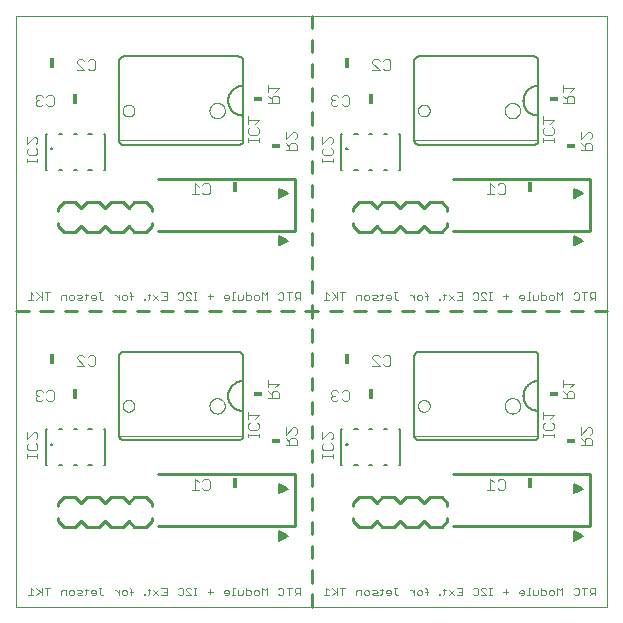
<source format=gbo>
G75*
%MOIN*%
%OFA0B0*%
%FSLAX25Y25*%
%IPPOS*%
%LPD*%
%AMOC8*
5,1,8,0,0,1.08239X$1,22.5*
%
%ADD10C,0.00000*%
%ADD11C,0.01000*%
%ADD12C,0.00400*%
%ADD13R,0.01575X0.03543*%
%ADD14C,0.00630*%
%ADD15C,0.00300*%
%ADD16C,0.00600*%
%ADD17C,0.00200*%
%ADD18C,0.00800*%
%ADD19R,0.03000X0.01800*%
D10*
X0001500Y0006189D02*
X0001500Y0203039D01*
X0198350Y0203039D01*
X0198350Y0006189D01*
X0001500Y0006189D01*
X0036933Y0073118D02*
X0036935Y0073206D01*
X0036941Y0073294D01*
X0036951Y0073382D01*
X0036965Y0073470D01*
X0036982Y0073556D01*
X0037004Y0073642D01*
X0037029Y0073726D01*
X0037059Y0073810D01*
X0037091Y0073892D01*
X0037128Y0073972D01*
X0037168Y0074051D01*
X0037212Y0074128D01*
X0037259Y0074203D01*
X0037309Y0074275D01*
X0037363Y0074346D01*
X0037419Y0074413D01*
X0037479Y0074479D01*
X0037541Y0074541D01*
X0037607Y0074601D01*
X0037674Y0074657D01*
X0037745Y0074711D01*
X0037817Y0074761D01*
X0037892Y0074808D01*
X0037969Y0074852D01*
X0038048Y0074892D01*
X0038128Y0074929D01*
X0038210Y0074961D01*
X0038294Y0074991D01*
X0038378Y0075016D01*
X0038464Y0075038D01*
X0038550Y0075055D01*
X0038638Y0075069D01*
X0038726Y0075079D01*
X0038814Y0075085D01*
X0038902Y0075087D01*
X0038990Y0075085D01*
X0039078Y0075079D01*
X0039166Y0075069D01*
X0039254Y0075055D01*
X0039340Y0075038D01*
X0039426Y0075016D01*
X0039510Y0074991D01*
X0039594Y0074961D01*
X0039676Y0074929D01*
X0039756Y0074892D01*
X0039835Y0074852D01*
X0039912Y0074808D01*
X0039987Y0074761D01*
X0040059Y0074711D01*
X0040130Y0074657D01*
X0040197Y0074601D01*
X0040263Y0074541D01*
X0040325Y0074479D01*
X0040385Y0074413D01*
X0040441Y0074346D01*
X0040495Y0074275D01*
X0040545Y0074203D01*
X0040592Y0074128D01*
X0040636Y0074051D01*
X0040676Y0073972D01*
X0040713Y0073892D01*
X0040745Y0073810D01*
X0040775Y0073726D01*
X0040800Y0073642D01*
X0040822Y0073556D01*
X0040839Y0073470D01*
X0040853Y0073382D01*
X0040863Y0073294D01*
X0040869Y0073206D01*
X0040871Y0073118D01*
X0040869Y0073030D01*
X0040863Y0072942D01*
X0040853Y0072854D01*
X0040839Y0072766D01*
X0040822Y0072680D01*
X0040800Y0072594D01*
X0040775Y0072510D01*
X0040745Y0072426D01*
X0040713Y0072344D01*
X0040676Y0072264D01*
X0040636Y0072185D01*
X0040592Y0072108D01*
X0040545Y0072033D01*
X0040495Y0071961D01*
X0040441Y0071890D01*
X0040385Y0071823D01*
X0040325Y0071757D01*
X0040263Y0071695D01*
X0040197Y0071635D01*
X0040130Y0071579D01*
X0040059Y0071525D01*
X0039987Y0071475D01*
X0039912Y0071428D01*
X0039835Y0071384D01*
X0039756Y0071344D01*
X0039676Y0071307D01*
X0039594Y0071275D01*
X0039510Y0071245D01*
X0039426Y0071220D01*
X0039340Y0071198D01*
X0039254Y0071181D01*
X0039166Y0071167D01*
X0039078Y0071157D01*
X0038990Y0071151D01*
X0038902Y0071149D01*
X0038814Y0071151D01*
X0038726Y0071157D01*
X0038638Y0071167D01*
X0038550Y0071181D01*
X0038464Y0071198D01*
X0038378Y0071220D01*
X0038294Y0071245D01*
X0038210Y0071275D01*
X0038128Y0071307D01*
X0038048Y0071344D01*
X0037969Y0071384D01*
X0037892Y0071428D01*
X0037817Y0071475D01*
X0037745Y0071525D01*
X0037674Y0071579D01*
X0037607Y0071635D01*
X0037541Y0071695D01*
X0037479Y0071757D01*
X0037419Y0071823D01*
X0037363Y0071890D01*
X0037309Y0071961D01*
X0037259Y0072033D01*
X0037212Y0072108D01*
X0037168Y0072185D01*
X0037128Y0072264D01*
X0037091Y0072344D01*
X0037059Y0072426D01*
X0037029Y0072510D01*
X0037004Y0072594D01*
X0036982Y0072680D01*
X0036965Y0072766D01*
X0036951Y0072854D01*
X0036941Y0072942D01*
X0036935Y0073030D01*
X0036933Y0073118D01*
X0065870Y0073118D02*
X0065872Y0073219D01*
X0065878Y0073320D01*
X0065888Y0073421D01*
X0065902Y0073521D01*
X0065920Y0073620D01*
X0065942Y0073719D01*
X0065967Y0073817D01*
X0065997Y0073914D01*
X0066030Y0074009D01*
X0066067Y0074103D01*
X0066108Y0074196D01*
X0066152Y0074287D01*
X0066200Y0074376D01*
X0066252Y0074463D01*
X0066307Y0074548D01*
X0066365Y0074630D01*
X0066426Y0074711D01*
X0066491Y0074789D01*
X0066558Y0074864D01*
X0066628Y0074936D01*
X0066702Y0075006D01*
X0066778Y0075073D01*
X0066856Y0075137D01*
X0066937Y0075197D01*
X0067020Y0075254D01*
X0067106Y0075308D01*
X0067194Y0075359D01*
X0067283Y0075406D01*
X0067374Y0075450D01*
X0067467Y0075489D01*
X0067562Y0075526D01*
X0067657Y0075558D01*
X0067754Y0075587D01*
X0067853Y0075611D01*
X0067951Y0075632D01*
X0068051Y0075649D01*
X0068151Y0075662D01*
X0068252Y0075671D01*
X0068353Y0075676D01*
X0068454Y0075677D01*
X0068555Y0075674D01*
X0068656Y0075667D01*
X0068757Y0075656D01*
X0068857Y0075641D01*
X0068956Y0075622D01*
X0069055Y0075599D01*
X0069152Y0075573D01*
X0069249Y0075542D01*
X0069344Y0075508D01*
X0069437Y0075470D01*
X0069530Y0075428D01*
X0069620Y0075383D01*
X0069709Y0075334D01*
X0069795Y0075282D01*
X0069879Y0075226D01*
X0069962Y0075167D01*
X0070041Y0075105D01*
X0070119Y0075040D01*
X0070193Y0074972D01*
X0070265Y0074900D01*
X0070334Y0074827D01*
X0070400Y0074750D01*
X0070463Y0074671D01*
X0070523Y0074589D01*
X0070579Y0074505D01*
X0070632Y0074419D01*
X0070682Y0074331D01*
X0070728Y0074241D01*
X0070771Y0074150D01*
X0070810Y0074056D01*
X0070845Y0073961D01*
X0070876Y0073865D01*
X0070904Y0073768D01*
X0070928Y0073670D01*
X0070948Y0073571D01*
X0070964Y0073471D01*
X0070976Y0073370D01*
X0070984Y0073270D01*
X0070988Y0073169D01*
X0070988Y0073067D01*
X0070984Y0072966D01*
X0070976Y0072866D01*
X0070964Y0072765D01*
X0070948Y0072665D01*
X0070928Y0072566D01*
X0070904Y0072468D01*
X0070876Y0072371D01*
X0070845Y0072275D01*
X0070810Y0072180D01*
X0070771Y0072086D01*
X0070728Y0071995D01*
X0070682Y0071905D01*
X0070632Y0071817D01*
X0070579Y0071731D01*
X0070523Y0071647D01*
X0070463Y0071565D01*
X0070400Y0071486D01*
X0070334Y0071409D01*
X0070265Y0071336D01*
X0070193Y0071264D01*
X0070119Y0071196D01*
X0070041Y0071131D01*
X0069962Y0071069D01*
X0069879Y0071010D01*
X0069795Y0070954D01*
X0069708Y0070902D01*
X0069620Y0070853D01*
X0069530Y0070808D01*
X0069437Y0070766D01*
X0069344Y0070728D01*
X0069249Y0070694D01*
X0069152Y0070663D01*
X0069055Y0070637D01*
X0068956Y0070614D01*
X0068857Y0070595D01*
X0068757Y0070580D01*
X0068656Y0070569D01*
X0068555Y0070562D01*
X0068454Y0070559D01*
X0068353Y0070560D01*
X0068252Y0070565D01*
X0068151Y0070574D01*
X0068051Y0070587D01*
X0067951Y0070604D01*
X0067853Y0070625D01*
X0067754Y0070649D01*
X0067657Y0070678D01*
X0067562Y0070710D01*
X0067467Y0070747D01*
X0067374Y0070786D01*
X0067283Y0070830D01*
X0067194Y0070877D01*
X0067106Y0070928D01*
X0067020Y0070982D01*
X0066937Y0071039D01*
X0066856Y0071099D01*
X0066778Y0071163D01*
X0066702Y0071230D01*
X0066628Y0071300D01*
X0066558Y0071372D01*
X0066491Y0071447D01*
X0066426Y0071525D01*
X0066365Y0071606D01*
X0066307Y0071688D01*
X0066252Y0071773D01*
X0066200Y0071860D01*
X0066152Y0071949D01*
X0066108Y0072040D01*
X0066067Y0072133D01*
X0066030Y0072227D01*
X0065997Y0072322D01*
X0065967Y0072419D01*
X0065942Y0072517D01*
X0065920Y0072616D01*
X0065902Y0072715D01*
X0065888Y0072815D01*
X0065878Y0072916D01*
X0065872Y0073017D01*
X0065870Y0073118D01*
X0135358Y0073118D02*
X0135360Y0073206D01*
X0135366Y0073294D01*
X0135376Y0073382D01*
X0135390Y0073470D01*
X0135407Y0073556D01*
X0135429Y0073642D01*
X0135454Y0073726D01*
X0135484Y0073810D01*
X0135516Y0073892D01*
X0135553Y0073972D01*
X0135593Y0074051D01*
X0135637Y0074128D01*
X0135684Y0074203D01*
X0135734Y0074275D01*
X0135788Y0074346D01*
X0135844Y0074413D01*
X0135904Y0074479D01*
X0135966Y0074541D01*
X0136032Y0074601D01*
X0136099Y0074657D01*
X0136170Y0074711D01*
X0136242Y0074761D01*
X0136317Y0074808D01*
X0136394Y0074852D01*
X0136473Y0074892D01*
X0136553Y0074929D01*
X0136635Y0074961D01*
X0136719Y0074991D01*
X0136803Y0075016D01*
X0136889Y0075038D01*
X0136975Y0075055D01*
X0137063Y0075069D01*
X0137151Y0075079D01*
X0137239Y0075085D01*
X0137327Y0075087D01*
X0137415Y0075085D01*
X0137503Y0075079D01*
X0137591Y0075069D01*
X0137679Y0075055D01*
X0137765Y0075038D01*
X0137851Y0075016D01*
X0137935Y0074991D01*
X0138019Y0074961D01*
X0138101Y0074929D01*
X0138181Y0074892D01*
X0138260Y0074852D01*
X0138337Y0074808D01*
X0138412Y0074761D01*
X0138484Y0074711D01*
X0138555Y0074657D01*
X0138622Y0074601D01*
X0138688Y0074541D01*
X0138750Y0074479D01*
X0138810Y0074413D01*
X0138866Y0074346D01*
X0138920Y0074275D01*
X0138970Y0074203D01*
X0139017Y0074128D01*
X0139061Y0074051D01*
X0139101Y0073972D01*
X0139138Y0073892D01*
X0139170Y0073810D01*
X0139200Y0073726D01*
X0139225Y0073642D01*
X0139247Y0073556D01*
X0139264Y0073470D01*
X0139278Y0073382D01*
X0139288Y0073294D01*
X0139294Y0073206D01*
X0139296Y0073118D01*
X0139294Y0073030D01*
X0139288Y0072942D01*
X0139278Y0072854D01*
X0139264Y0072766D01*
X0139247Y0072680D01*
X0139225Y0072594D01*
X0139200Y0072510D01*
X0139170Y0072426D01*
X0139138Y0072344D01*
X0139101Y0072264D01*
X0139061Y0072185D01*
X0139017Y0072108D01*
X0138970Y0072033D01*
X0138920Y0071961D01*
X0138866Y0071890D01*
X0138810Y0071823D01*
X0138750Y0071757D01*
X0138688Y0071695D01*
X0138622Y0071635D01*
X0138555Y0071579D01*
X0138484Y0071525D01*
X0138412Y0071475D01*
X0138337Y0071428D01*
X0138260Y0071384D01*
X0138181Y0071344D01*
X0138101Y0071307D01*
X0138019Y0071275D01*
X0137935Y0071245D01*
X0137851Y0071220D01*
X0137765Y0071198D01*
X0137679Y0071181D01*
X0137591Y0071167D01*
X0137503Y0071157D01*
X0137415Y0071151D01*
X0137327Y0071149D01*
X0137239Y0071151D01*
X0137151Y0071157D01*
X0137063Y0071167D01*
X0136975Y0071181D01*
X0136889Y0071198D01*
X0136803Y0071220D01*
X0136719Y0071245D01*
X0136635Y0071275D01*
X0136553Y0071307D01*
X0136473Y0071344D01*
X0136394Y0071384D01*
X0136317Y0071428D01*
X0136242Y0071475D01*
X0136170Y0071525D01*
X0136099Y0071579D01*
X0136032Y0071635D01*
X0135966Y0071695D01*
X0135904Y0071757D01*
X0135844Y0071823D01*
X0135788Y0071890D01*
X0135734Y0071961D01*
X0135684Y0072033D01*
X0135637Y0072108D01*
X0135593Y0072185D01*
X0135553Y0072264D01*
X0135516Y0072344D01*
X0135484Y0072426D01*
X0135454Y0072510D01*
X0135429Y0072594D01*
X0135407Y0072680D01*
X0135390Y0072766D01*
X0135376Y0072854D01*
X0135366Y0072942D01*
X0135360Y0073030D01*
X0135358Y0073118D01*
X0164295Y0073118D02*
X0164297Y0073219D01*
X0164303Y0073320D01*
X0164313Y0073421D01*
X0164327Y0073521D01*
X0164345Y0073620D01*
X0164367Y0073719D01*
X0164392Y0073817D01*
X0164422Y0073914D01*
X0164455Y0074009D01*
X0164492Y0074103D01*
X0164533Y0074196D01*
X0164577Y0074287D01*
X0164625Y0074376D01*
X0164677Y0074463D01*
X0164732Y0074548D01*
X0164790Y0074630D01*
X0164851Y0074711D01*
X0164916Y0074789D01*
X0164983Y0074864D01*
X0165053Y0074936D01*
X0165127Y0075006D01*
X0165203Y0075073D01*
X0165281Y0075137D01*
X0165362Y0075197D01*
X0165445Y0075254D01*
X0165531Y0075308D01*
X0165619Y0075359D01*
X0165708Y0075406D01*
X0165799Y0075450D01*
X0165892Y0075489D01*
X0165987Y0075526D01*
X0166082Y0075558D01*
X0166179Y0075587D01*
X0166278Y0075611D01*
X0166376Y0075632D01*
X0166476Y0075649D01*
X0166576Y0075662D01*
X0166677Y0075671D01*
X0166778Y0075676D01*
X0166879Y0075677D01*
X0166980Y0075674D01*
X0167081Y0075667D01*
X0167182Y0075656D01*
X0167282Y0075641D01*
X0167381Y0075622D01*
X0167480Y0075599D01*
X0167577Y0075573D01*
X0167674Y0075542D01*
X0167769Y0075508D01*
X0167862Y0075470D01*
X0167955Y0075428D01*
X0168045Y0075383D01*
X0168134Y0075334D01*
X0168220Y0075282D01*
X0168304Y0075226D01*
X0168387Y0075167D01*
X0168466Y0075105D01*
X0168544Y0075040D01*
X0168618Y0074972D01*
X0168690Y0074900D01*
X0168759Y0074827D01*
X0168825Y0074750D01*
X0168888Y0074671D01*
X0168948Y0074589D01*
X0169004Y0074505D01*
X0169057Y0074419D01*
X0169107Y0074331D01*
X0169153Y0074241D01*
X0169196Y0074150D01*
X0169235Y0074056D01*
X0169270Y0073961D01*
X0169301Y0073865D01*
X0169329Y0073768D01*
X0169353Y0073670D01*
X0169373Y0073571D01*
X0169389Y0073471D01*
X0169401Y0073370D01*
X0169409Y0073270D01*
X0169413Y0073169D01*
X0169413Y0073067D01*
X0169409Y0072966D01*
X0169401Y0072866D01*
X0169389Y0072765D01*
X0169373Y0072665D01*
X0169353Y0072566D01*
X0169329Y0072468D01*
X0169301Y0072371D01*
X0169270Y0072275D01*
X0169235Y0072180D01*
X0169196Y0072086D01*
X0169153Y0071995D01*
X0169107Y0071905D01*
X0169057Y0071817D01*
X0169004Y0071731D01*
X0168948Y0071647D01*
X0168888Y0071565D01*
X0168825Y0071486D01*
X0168759Y0071409D01*
X0168690Y0071336D01*
X0168618Y0071264D01*
X0168544Y0071196D01*
X0168466Y0071131D01*
X0168387Y0071069D01*
X0168304Y0071010D01*
X0168220Y0070954D01*
X0168133Y0070902D01*
X0168045Y0070853D01*
X0167955Y0070808D01*
X0167862Y0070766D01*
X0167769Y0070728D01*
X0167674Y0070694D01*
X0167577Y0070663D01*
X0167480Y0070637D01*
X0167381Y0070614D01*
X0167282Y0070595D01*
X0167182Y0070580D01*
X0167081Y0070569D01*
X0166980Y0070562D01*
X0166879Y0070559D01*
X0166778Y0070560D01*
X0166677Y0070565D01*
X0166576Y0070574D01*
X0166476Y0070587D01*
X0166376Y0070604D01*
X0166278Y0070625D01*
X0166179Y0070649D01*
X0166082Y0070678D01*
X0165987Y0070710D01*
X0165892Y0070747D01*
X0165799Y0070786D01*
X0165708Y0070830D01*
X0165619Y0070877D01*
X0165531Y0070928D01*
X0165445Y0070982D01*
X0165362Y0071039D01*
X0165281Y0071099D01*
X0165203Y0071163D01*
X0165127Y0071230D01*
X0165053Y0071300D01*
X0164983Y0071372D01*
X0164916Y0071447D01*
X0164851Y0071525D01*
X0164790Y0071606D01*
X0164732Y0071688D01*
X0164677Y0071773D01*
X0164625Y0071860D01*
X0164577Y0071949D01*
X0164533Y0072040D01*
X0164492Y0072133D01*
X0164455Y0072227D01*
X0164422Y0072322D01*
X0164392Y0072419D01*
X0164367Y0072517D01*
X0164345Y0072616D01*
X0164327Y0072715D01*
X0164313Y0072815D01*
X0164303Y0072916D01*
X0164297Y0073017D01*
X0164295Y0073118D01*
X0164295Y0171543D02*
X0164297Y0171644D01*
X0164303Y0171745D01*
X0164313Y0171846D01*
X0164327Y0171946D01*
X0164345Y0172045D01*
X0164367Y0172144D01*
X0164392Y0172242D01*
X0164422Y0172339D01*
X0164455Y0172434D01*
X0164492Y0172528D01*
X0164533Y0172621D01*
X0164577Y0172712D01*
X0164625Y0172801D01*
X0164677Y0172888D01*
X0164732Y0172973D01*
X0164790Y0173055D01*
X0164851Y0173136D01*
X0164916Y0173214D01*
X0164983Y0173289D01*
X0165053Y0173361D01*
X0165127Y0173431D01*
X0165203Y0173498D01*
X0165281Y0173562D01*
X0165362Y0173622D01*
X0165445Y0173679D01*
X0165531Y0173733D01*
X0165619Y0173784D01*
X0165708Y0173831D01*
X0165799Y0173875D01*
X0165892Y0173914D01*
X0165987Y0173951D01*
X0166082Y0173983D01*
X0166179Y0174012D01*
X0166278Y0174036D01*
X0166376Y0174057D01*
X0166476Y0174074D01*
X0166576Y0174087D01*
X0166677Y0174096D01*
X0166778Y0174101D01*
X0166879Y0174102D01*
X0166980Y0174099D01*
X0167081Y0174092D01*
X0167182Y0174081D01*
X0167282Y0174066D01*
X0167381Y0174047D01*
X0167480Y0174024D01*
X0167577Y0173998D01*
X0167674Y0173967D01*
X0167769Y0173933D01*
X0167862Y0173895D01*
X0167955Y0173853D01*
X0168045Y0173808D01*
X0168134Y0173759D01*
X0168220Y0173707D01*
X0168304Y0173651D01*
X0168387Y0173592D01*
X0168466Y0173530D01*
X0168544Y0173465D01*
X0168618Y0173397D01*
X0168690Y0173325D01*
X0168759Y0173252D01*
X0168825Y0173175D01*
X0168888Y0173096D01*
X0168948Y0173014D01*
X0169004Y0172930D01*
X0169057Y0172844D01*
X0169107Y0172756D01*
X0169153Y0172666D01*
X0169196Y0172575D01*
X0169235Y0172481D01*
X0169270Y0172386D01*
X0169301Y0172290D01*
X0169329Y0172193D01*
X0169353Y0172095D01*
X0169373Y0171996D01*
X0169389Y0171896D01*
X0169401Y0171795D01*
X0169409Y0171695D01*
X0169413Y0171594D01*
X0169413Y0171492D01*
X0169409Y0171391D01*
X0169401Y0171291D01*
X0169389Y0171190D01*
X0169373Y0171090D01*
X0169353Y0170991D01*
X0169329Y0170893D01*
X0169301Y0170796D01*
X0169270Y0170700D01*
X0169235Y0170605D01*
X0169196Y0170511D01*
X0169153Y0170420D01*
X0169107Y0170330D01*
X0169057Y0170242D01*
X0169004Y0170156D01*
X0168948Y0170072D01*
X0168888Y0169990D01*
X0168825Y0169911D01*
X0168759Y0169834D01*
X0168690Y0169761D01*
X0168618Y0169689D01*
X0168544Y0169621D01*
X0168466Y0169556D01*
X0168387Y0169494D01*
X0168304Y0169435D01*
X0168220Y0169379D01*
X0168133Y0169327D01*
X0168045Y0169278D01*
X0167955Y0169233D01*
X0167862Y0169191D01*
X0167769Y0169153D01*
X0167674Y0169119D01*
X0167577Y0169088D01*
X0167480Y0169062D01*
X0167381Y0169039D01*
X0167282Y0169020D01*
X0167182Y0169005D01*
X0167081Y0168994D01*
X0166980Y0168987D01*
X0166879Y0168984D01*
X0166778Y0168985D01*
X0166677Y0168990D01*
X0166576Y0168999D01*
X0166476Y0169012D01*
X0166376Y0169029D01*
X0166278Y0169050D01*
X0166179Y0169074D01*
X0166082Y0169103D01*
X0165987Y0169135D01*
X0165892Y0169172D01*
X0165799Y0169211D01*
X0165708Y0169255D01*
X0165619Y0169302D01*
X0165531Y0169353D01*
X0165445Y0169407D01*
X0165362Y0169464D01*
X0165281Y0169524D01*
X0165203Y0169588D01*
X0165127Y0169655D01*
X0165053Y0169725D01*
X0164983Y0169797D01*
X0164916Y0169872D01*
X0164851Y0169950D01*
X0164790Y0170031D01*
X0164732Y0170113D01*
X0164677Y0170198D01*
X0164625Y0170285D01*
X0164577Y0170374D01*
X0164533Y0170465D01*
X0164492Y0170558D01*
X0164455Y0170652D01*
X0164422Y0170747D01*
X0164392Y0170844D01*
X0164367Y0170942D01*
X0164345Y0171041D01*
X0164327Y0171140D01*
X0164313Y0171240D01*
X0164303Y0171341D01*
X0164297Y0171442D01*
X0164295Y0171543D01*
X0135358Y0171543D02*
X0135360Y0171631D01*
X0135366Y0171719D01*
X0135376Y0171807D01*
X0135390Y0171895D01*
X0135407Y0171981D01*
X0135429Y0172067D01*
X0135454Y0172151D01*
X0135484Y0172235D01*
X0135516Y0172317D01*
X0135553Y0172397D01*
X0135593Y0172476D01*
X0135637Y0172553D01*
X0135684Y0172628D01*
X0135734Y0172700D01*
X0135788Y0172771D01*
X0135844Y0172838D01*
X0135904Y0172904D01*
X0135966Y0172966D01*
X0136032Y0173026D01*
X0136099Y0173082D01*
X0136170Y0173136D01*
X0136242Y0173186D01*
X0136317Y0173233D01*
X0136394Y0173277D01*
X0136473Y0173317D01*
X0136553Y0173354D01*
X0136635Y0173386D01*
X0136719Y0173416D01*
X0136803Y0173441D01*
X0136889Y0173463D01*
X0136975Y0173480D01*
X0137063Y0173494D01*
X0137151Y0173504D01*
X0137239Y0173510D01*
X0137327Y0173512D01*
X0137415Y0173510D01*
X0137503Y0173504D01*
X0137591Y0173494D01*
X0137679Y0173480D01*
X0137765Y0173463D01*
X0137851Y0173441D01*
X0137935Y0173416D01*
X0138019Y0173386D01*
X0138101Y0173354D01*
X0138181Y0173317D01*
X0138260Y0173277D01*
X0138337Y0173233D01*
X0138412Y0173186D01*
X0138484Y0173136D01*
X0138555Y0173082D01*
X0138622Y0173026D01*
X0138688Y0172966D01*
X0138750Y0172904D01*
X0138810Y0172838D01*
X0138866Y0172771D01*
X0138920Y0172700D01*
X0138970Y0172628D01*
X0139017Y0172553D01*
X0139061Y0172476D01*
X0139101Y0172397D01*
X0139138Y0172317D01*
X0139170Y0172235D01*
X0139200Y0172151D01*
X0139225Y0172067D01*
X0139247Y0171981D01*
X0139264Y0171895D01*
X0139278Y0171807D01*
X0139288Y0171719D01*
X0139294Y0171631D01*
X0139296Y0171543D01*
X0139294Y0171455D01*
X0139288Y0171367D01*
X0139278Y0171279D01*
X0139264Y0171191D01*
X0139247Y0171105D01*
X0139225Y0171019D01*
X0139200Y0170935D01*
X0139170Y0170851D01*
X0139138Y0170769D01*
X0139101Y0170689D01*
X0139061Y0170610D01*
X0139017Y0170533D01*
X0138970Y0170458D01*
X0138920Y0170386D01*
X0138866Y0170315D01*
X0138810Y0170248D01*
X0138750Y0170182D01*
X0138688Y0170120D01*
X0138622Y0170060D01*
X0138555Y0170004D01*
X0138484Y0169950D01*
X0138412Y0169900D01*
X0138337Y0169853D01*
X0138260Y0169809D01*
X0138181Y0169769D01*
X0138101Y0169732D01*
X0138019Y0169700D01*
X0137935Y0169670D01*
X0137851Y0169645D01*
X0137765Y0169623D01*
X0137679Y0169606D01*
X0137591Y0169592D01*
X0137503Y0169582D01*
X0137415Y0169576D01*
X0137327Y0169574D01*
X0137239Y0169576D01*
X0137151Y0169582D01*
X0137063Y0169592D01*
X0136975Y0169606D01*
X0136889Y0169623D01*
X0136803Y0169645D01*
X0136719Y0169670D01*
X0136635Y0169700D01*
X0136553Y0169732D01*
X0136473Y0169769D01*
X0136394Y0169809D01*
X0136317Y0169853D01*
X0136242Y0169900D01*
X0136170Y0169950D01*
X0136099Y0170004D01*
X0136032Y0170060D01*
X0135966Y0170120D01*
X0135904Y0170182D01*
X0135844Y0170248D01*
X0135788Y0170315D01*
X0135734Y0170386D01*
X0135684Y0170458D01*
X0135637Y0170533D01*
X0135593Y0170610D01*
X0135553Y0170689D01*
X0135516Y0170769D01*
X0135484Y0170851D01*
X0135454Y0170935D01*
X0135429Y0171019D01*
X0135407Y0171105D01*
X0135390Y0171191D01*
X0135376Y0171279D01*
X0135366Y0171367D01*
X0135360Y0171455D01*
X0135358Y0171543D01*
X0065870Y0171543D02*
X0065872Y0171644D01*
X0065878Y0171745D01*
X0065888Y0171846D01*
X0065902Y0171946D01*
X0065920Y0172045D01*
X0065942Y0172144D01*
X0065967Y0172242D01*
X0065997Y0172339D01*
X0066030Y0172434D01*
X0066067Y0172528D01*
X0066108Y0172621D01*
X0066152Y0172712D01*
X0066200Y0172801D01*
X0066252Y0172888D01*
X0066307Y0172973D01*
X0066365Y0173055D01*
X0066426Y0173136D01*
X0066491Y0173214D01*
X0066558Y0173289D01*
X0066628Y0173361D01*
X0066702Y0173431D01*
X0066778Y0173498D01*
X0066856Y0173562D01*
X0066937Y0173622D01*
X0067020Y0173679D01*
X0067106Y0173733D01*
X0067194Y0173784D01*
X0067283Y0173831D01*
X0067374Y0173875D01*
X0067467Y0173914D01*
X0067562Y0173951D01*
X0067657Y0173983D01*
X0067754Y0174012D01*
X0067853Y0174036D01*
X0067951Y0174057D01*
X0068051Y0174074D01*
X0068151Y0174087D01*
X0068252Y0174096D01*
X0068353Y0174101D01*
X0068454Y0174102D01*
X0068555Y0174099D01*
X0068656Y0174092D01*
X0068757Y0174081D01*
X0068857Y0174066D01*
X0068956Y0174047D01*
X0069055Y0174024D01*
X0069152Y0173998D01*
X0069249Y0173967D01*
X0069344Y0173933D01*
X0069437Y0173895D01*
X0069530Y0173853D01*
X0069620Y0173808D01*
X0069709Y0173759D01*
X0069795Y0173707D01*
X0069879Y0173651D01*
X0069962Y0173592D01*
X0070041Y0173530D01*
X0070119Y0173465D01*
X0070193Y0173397D01*
X0070265Y0173325D01*
X0070334Y0173252D01*
X0070400Y0173175D01*
X0070463Y0173096D01*
X0070523Y0173014D01*
X0070579Y0172930D01*
X0070632Y0172844D01*
X0070682Y0172756D01*
X0070728Y0172666D01*
X0070771Y0172575D01*
X0070810Y0172481D01*
X0070845Y0172386D01*
X0070876Y0172290D01*
X0070904Y0172193D01*
X0070928Y0172095D01*
X0070948Y0171996D01*
X0070964Y0171896D01*
X0070976Y0171795D01*
X0070984Y0171695D01*
X0070988Y0171594D01*
X0070988Y0171492D01*
X0070984Y0171391D01*
X0070976Y0171291D01*
X0070964Y0171190D01*
X0070948Y0171090D01*
X0070928Y0170991D01*
X0070904Y0170893D01*
X0070876Y0170796D01*
X0070845Y0170700D01*
X0070810Y0170605D01*
X0070771Y0170511D01*
X0070728Y0170420D01*
X0070682Y0170330D01*
X0070632Y0170242D01*
X0070579Y0170156D01*
X0070523Y0170072D01*
X0070463Y0169990D01*
X0070400Y0169911D01*
X0070334Y0169834D01*
X0070265Y0169761D01*
X0070193Y0169689D01*
X0070119Y0169621D01*
X0070041Y0169556D01*
X0069962Y0169494D01*
X0069879Y0169435D01*
X0069795Y0169379D01*
X0069708Y0169327D01*
X0069620Y0169278D01*
X0069530Y0169233D01*
X0069437Y0169191D01*
X0069344Y0169153D01*
X0069249Y0169119D01*
X0069152Y0169088D01*
X0069055Y0169062D01*
X0068956Y0169039D01*
X0068857Y0169020D01*
X0068757Y0169005D01*
X0068656Y0168994D01*
X0068555Y0168987D01*
X0068454Y0168984D01*
X0068353Y0168985D01*
X0068252Y0168990D01*
X0068151Y0168999D01*
X0068051Y0169012D01*
X0067951Y0169029D01*
X0067853Y0169050D01*
X0067754Y0169074D01*
X0067657Y0169103D01*
X0067562Y0169135D01*
X0067467Y0169172D01*
X0067374Y0169211D01*
X0067283Y0169255D01*
X0067194Y0169302D01*
X0067106Y0169353D01*
X0067020Y0169407D01*
X0066937Y0169464D01*
X0066856Y0169524D01*
X0066778Y0169588D01*
X0066702Y0169655D01*
X0066628Y0169725D01*
X0066558Y0169797D01*
X0066491Y0169872D01*
X0066426Y0169950D01*
X0066365Y0170031D01*
X0066307Y0170113D01*
X0066252Y0170198D01*
X0066200Y0170285D01*
X0066152Y0170374D01*
X0066108Y0170465D01*
X0066067Y0170558D01*
X0066030Y0170652D01*
X0065997Y0170747D01*
X0065967Y0170844D01*
X0065942Y0170942D01*
X0065920Y0171041D01*
X0065902Y0171140D01*
X0065888Y0171240D01*
X0065878Y0171341D01*
X0065872Y0171442D01*
X0065870Y0171543D01*
X0036933Y0171543D02*
X0036935Y0171631D01*
X0036941Y0171719D01*
X0036951Y0171807D01*
X0036965Y0171895D01*
X0036982Y0171981D01*
X0037004Y0172067D01*
X0037029Y0172151D01*
X0037059Y0172235D01*
X0037091Y0172317D01*
X0037128Y0172397D01*
X0037168Y0172476D01*
X0037212Y0172553D01*
X0037259Y0172628D01*
X0037309Y0172700D01*
X0037363Y0172771D01*
X0037419Y0172838D01*
X0037479Y0172904D01*
X0037541Y0172966D01*
X0037607Y0173026D01*
X0037674Y0173082D01*
X0037745Y0173136D01*
X0037817Y0173186D01*
X0037892Y0173233D01*
X0037969Y0173277D01*
X0038048Y0173317D01*
X0038128Y0173354D01*
X0038210Y0173386D01*
X0038294Y0173416D01*
X0038378Y0173441D01*
X0038464Y0173463D01*
X0038550Y0173480D01*
X0038638Y0173494D01*
X0038726Y0173504D01*
X0038814Y0173510D01*
X0038902Y0173512D01*
X0038990Y0173510D01*
X0039078Y0173504D01*
X0039166Y0173494D01*
X0039254Y0173480D01*
X0039340Y0173463D01*
X0039426Y0173441D01*
X0039510Y0173416D01*
X0039594Y0173386D01*
X0039676Y0173354D01*
X0039756Y0173317D01*
X0039835Y0173277D01*
X0039912Y0173233D01*
X0039987Y0173186D01*
X0040059Y0173136D01*
X0040130Y0173082D01*
X0040197Y0173026D01*
X0040263Y0172966D01*
X0040325Y0172904D01*
X0040385Y0172838D01*
X0040441Y0172771D01*
X0040495Y0172700D01*
X0040545Y0172628D01*
X0040592Y0172553D01*
X0040636Y0172476D01*
X0040676Y0172397D01*
X0040713Y0172317D01*
X0040745Y0172235D01*
X0040775Y0172151D01*
X0040800Y0172067D01*
X0040822Y0171981D01*
X0040839Y0171895D01*
X0040853Y0171807D01*
X0040863Y0171719D01*
X0040869Y0171631D01*
X0040871Y0171543D01*
X0040869Y0171455D01*
X0040863Y0171367D01*
X0040853Y0171279D01*
X0040839Y0171191D01*
X0040822Y0171105D01*
X0040800Y0171019D01*
X0040775Y0170935D01*
X0040745Y0170851D01*
X0040713Y0170769D01*
X0040676Y0170689D01*
X0040636Y0170610D01*
X0040592Y0170533D01*
X0040545Y0170458D01*
X0040495Y0170386D01*
X0040441Y0170315D01*
X0040385Y0170248D01*
X0040325Y0170182D01*
X0040263Y0170120D01*
X0040197Y0170060D01*
X0040130Y0170004D01*
X0040059Y0169950D01*
X0039987Y0169900D01*
X0039912Y0169853D01*
X0039835Y0169809D01*
X0039756Y0169769D01*
X0039676Y0169732D01*
X0039594Y0169700D01*
X0039510Y0169670D01*
X0039426Y0169645D01*
X0039340Y0169623D01*
X0039254Y0169606D01*
X0039166Y0169592D01*
X0039078Y0169582D01*
X0038990Y0169576D01*
X0038902Y0169574D01*
X0038814Y0169576D01*
X0038726Y0169582D01*
X0038638Y0169592D01*
X0038550Y0169606D01*
X0038464Y0169623D01*
X0038378Y0169645D01*
X0038294Y0169670D01*
X0038210Y0169700D01*
X0038128Y0169732D01*
X0038048Y0169769D01*
X0037969Y0169809D01*
X0037892Y0169853D01*
X0037817Y0169900D01*
X0037745Y0169950D01*
X0037674Y0170004D01*
X0037607Y0170060D01*
X0037541Y0170120D01*
X0037479Y0170182D01*
X0037419Y0170248D01*
X0037363Y0170315D01*
X0037309Y0170386D01*
X0037259Y0170458D01*
X0037212Y0170533D01*
X0037168Y0170610D01*
X0037128Y0170689D01*
X0037091Y0170769D01*
X0037059Y0170851D01*
X0037029Y0170935D01*
X0037004Y0171019D01*
X0036982Y0171105D01*
X0036965Y0171191D01*
X0036951Y0171279D01*
X0036941Y0171367D01*
X0036935Y0171455D01*
X0036933Y0171543D01*
D11*
X0048744Y0148709D02*
X0094413Y0148709D01*
X0094413Y0131386D01*
X0048744Y0131386D01*
X0046776Y0133157D02*
X0044807Y0131189D01*
X0040870Y0131189D01*
X0038902Y0133157D01*
X0036933Y0131189D01*
X0032996Y0131189D01*
X0031028Y0133157D01*
X0029059Y0131189D01*
X0025122Y0131189D01*
X0023154Y0133157D01*
X0021185Y0131189D01*
X0017248Y0131189D01*
X0015280Y0133157D01*
X0015280Y0134142D01*
X0015280Y0138079D02*
X0015280Y0139063D01*
X0017248Y0141031D01*
X0021185Y0141031D01*
X0023154Y0139063D01*
X0025122Y0141031D01*
X0029059Y0141031D01*
X0031028Y0139063D01*
X0032996Y0141031D01*
X0036933Y0141031D01*
X0038902Y0139063D01*
X0040870Y0141031D01*
X0044807Y0141031D01*
X0046776Y0139063D01*
X0046776Y0138079D01*
X0046776Y0134142D02*
X0046776Y0133157D01*
X0045752Y0104614D02*
X0041657Y0104614D01*
X0037720Y0104614D02*
X0033626Y0104614D01*
X0029689Y0104614D02*
X0025594Y0104614D01*
X0021657Y0104614D02*
X0017563Y0104614D01*
X0013626Y0104614D02*
X0009531Y0104614D01*
X0005594Y0104614D02*
X0001500Y0104614D01*
X0049689Y0104614D02*
X0053783Y0104614D01*
X0057720Y0104614D02*
X0061815Y0104614D01*
X0065752Y0104614D02*
X0069846Y0104614D01*
X0073783Y0104614D02*
X0077878Y0104614D01*
X0081815Y0104614D02*
X0085909Y0104614D01*
X0089846Y0104614D02*
X0093941Y0104614D01*
X0097878Y0104614D02*
X0101972Y0104614D01*
X0099925Y0106661D02*
X0099925Y0102567D01*
X0099925Y0098630D02*
X0099925Y0094535D01*
X0099925Y0090598D02*
X0099925Y0086504D01*
X0099925Y0082567D02*
X0099925Y0078472D01*
X0099925Y0074535D02*
X0099925Y0070441D01*
X0099925Y0066504D02*
X0099925Y0062409D01*
X0099925Y0058472D02*
X0099925Y0054378D01*
X0099925Y0050441D02*
X0099925Y0046346D01*
X0099925Y0042409D02*
X0099925Y0038315D01*
X0099925Y0034378D02*
X0099925Y0030283D01*
X0099925Y0026346D02*
X0099925Y0022252D01*
X0099925Y0018315D02*
X0099925Y0014220D01*
X0099925Y0010283D02*
X0099925Y0006189D01*
X0094413Y0032961D02*
X0048744Y0032961D01*
X0046776Y0034732D02*
X0046776Y0035717D01*
X0046776Y0034732D02*
X0044807Y0032764D01*
X0040870Y0032764D01*
X0038902Y0034732D01*
X0036933Y0032764D01*
X0032996Y0032764D01*
X0031028Y0034732D01*
X0029059Y0032764D01*
X0025122Y0032764D01*
X0023154Y0034732D01*
X0021185Y0032764D01*
X0017248Y0032764D01*
X0015280Y0034732D01*
X0015280Y0035717D01*
X0015280Y0039654D02*
X0015280Y0040638D01*
X0017248Y0042606D01*
X0021185Y0042606D01*
X0023154Y0040638D01*
X0025122Y0042606D01*
X0029059Y0042606D01*
X0031028Y0040638D01*
X0032996Y0042606D01*
X0036933Y0042606D01*
X0038902Y0040638D01*
X0040870Y0042606D01*
X0044807Y0042606D01*
X0046776Y0040638D01*
X0046776Y0039654D01*
X0048744Y0050283D02*
X0094413Y0050283D01*
X0094413Y0032961D01*
X0113705Y0034732D02*
X0113705Y0035717D01*
X0113705Y0034732D02*
X0115673Y0032764D01*
X0119610Y0032764D01*
X0121579Y0034732D01*
X0123547Y0032764D01*
X0127484Y0032764D01*
X0129453Y0034732D01*
X0131421Y0032764D01*
X0135358Y0032764D01*
X0137327Y0034732D01*
X0139295Y0032764D01*
X0143232Y0032764D01*
X0145201Y0034732D01*
X0145201Y0035717D01*
X0147169Y0032961D02*
X0192839Y0032961D01*
X0192839Y0050283D01*
X0147169Y0050283D01*
X0143232Y0042606D02*
X0139295Y0042606D01*
X0137327Y0040638D01*
X0135358Y0042606D01*
X0131421Y0042606D01*
X0129453Y0040638D01*
X0127484Y0042606D01*
X0123547Y0042606D01*
X0121579Y0040638D01*
X0119610Y0042606D01*
X0115673Y0042606D01*
X0113705Y0040638D01*
X0113705Y0039654D01*
X0143232Y0042606D02*
X0145201Y0040638D01*
X0145201Y0039654D01*
X0146067Y0104614D02*
X0150161Y0104614D01*
X0154098Y0104614D02*
X0158193Y0104614D01*
X0162130Y0104614D02*
X0166224Y0104614D01*
X0170161Y0104614D02*
X0174256Y0104614D01*
X0178193Y0104614D02*
X0182287Y0104614D01*
X0186224Y0104614D02*
X0190319Y0104614D01*
X0194256Y0104614D02*
X0198350Y0104614D01*
X0192839Y0131386D02*
X0147169Y0131386D01*
X0145201Y0133157D02*
X0143232Y0131189D01*
X0139295Y0131189D01*
X0137327Y0133157D01*
X0135358Y0131189D01*
X0131421Y0131189D01*
X0129453Y0133157D01*
X0127484Y0131189D01*
X0123547Y0131189D01*
X0121579Y0133157D01*
X0119610Y0131189D01*
X0115673Y0131189D01*
X0113705Y0133157D01*
X0113705Y0134142D01*
X0113705Y0138079D02*
X0113705Y0139063D01*
X0115673Y0141031D01*
X0119610Y0141031D01*
X0121579Y0139063D01*
X0123547Y0141031D01*
X0127484Y0141031D01*
X0129453Y0139063D01*
X0131421Y0141031D01*
X0135358Y0141031D01*
X0137327Y0139063D01*
X0139295Y0141031D01*
X0143232Y0141031D01*
X0145201Y0139063D01*
X0145201Y0138079D01*
X0145201Y0134142D02*
X0145201Y0133157D01*
X0147169Y0148709D02*
X0192839Y0148709D01*
X0192839Y0131386D01*
X0142130Y0104614D02*
X0138035Y0104614D01*
X0134098Y0104614D02*
X0130004Y0104614D01*
X0126067Y0104614D02*
X0121972Y0104614D01*
X0118035Y0104614D02*
X0113941Y0104614D01*
X0110004Y0104614D02*
X0105909Y0104614D01*
X0099925Y0110598D02*
X0099925Y0114693D01*
X0099925Y0118630D02*
X0099925Y0122724D01*
X0099925Y0126661D02*
X0099925Y0130756D01*
X0099925Y0134693D02*
X0099925Y0138787D01*
X0099925Y0142724D02*
X0099925Y0146819D01*
X0099925Y0150756D02*
X0099925Y0154850D01*
X0099925Y0158787D02*
X0099925Y0162882D01*
X0099925Y0166819D02*
X0099925Y0170913D01*
X0099925Y0174850D02*
X0099925Y0178945D01*
X0099925Y0182882D02*
X0099925Y0186976D01*
X0099925Y0190913D02*
X0099925Y0195008D01*
X0099925Y0198945D02*
X0099925Y0203039D01*
D12*
X0082224Y0168429D02*
X0078621Y0168429D01*
X0078621Y0167228D02*
X0078621Y0169630D01*
X0081023Y0167228D02*
X0082224Y0168429D01*
X0081624Y0165947D02*
X0082224Y0165347D01*
X0082224Y0164146D01*
X0081624Y0163545D01*
X0079222Y0163545D01*
X0078621Y0164146D01*
X0078621Y0165347D01*
X0079222Y0165947D01*
X0078621Y0162291D02*
X0078621Y0161090D01*
X0078621Y0161690D02*
X0082224Y0161690D01*
X0082224Y0161090D02*
X0082224Y0162291D01*
X0103405Y0162699D02*
X0103405Y0160339D01*
X0105765Y0162699D01*
X0106355Y0162699D01*
X0106945Y0162109D01*
X0106945Y0160929D01*
X0106355Y0160339D01*
X0106355Y0159073D02*
X0106945Y0158484D01*
X0106945Y0157303D01*
X0106355Y0156713D01*
X0103995Y0156713D01*
X0103405Y0157303D01*
X0103405Y0158484D01*
X0103995Y0159073D01*
X0103405Y0155477D02*
X0103405Y0154297D01*
X0103405Y0154887D02*
X0106945Y0154887D01*
X0106945Y0154297D02*
X0106945Y0155477D01*
X0106610Y0110912D02*
X0108313Y0109209D01*
X0107888Y0109635D02*
X0106610Y0108357D01*
X0105595Y0108357D02*
X0103891Y0108357D01*
X0104743Y0108357D02*
X0104743Y0110912D01*
X0105595Y0110061D01*
X0108313Y0110912D02*
X0108313Y0108357D01*
X0110181Y0108357D02*
X0110181Y0110912D01*
X0111032Y0110912D02*
X0109329Y0110912D01*
X0114767Y0109635D02*
X0114767Y0108357D01*
X0114767Y0109635D02*
X0115192Y0110061D01*
X0116470Y0110061D01*
X0116470Y0108357D01*
X0117485Y0108783D02*
X0117911Y0108357D01*
X0118763Y0108357D01*
X0119189Y0108783D01*
X0119189Y0109635D01*
X0118763Y0110061D01*
X0117911Y0110061D01*
X0117485Y0109635D01*
X0117485Y0108783D01*
X0120204Y0108783D02*
X0120630Y0108357D01*
X0121908Y0108357D01*
X0121482Y0109209D02*
X0121908Y0109635D01*
X0121482Y0110061D01*
X0120204Y0110061D01*
X0120630Y0109209D02*
X0121482Y0109209D01*
X0120630Y0109209D02*
X0120204Y0108783D01*
X0122869Y0108357D02*
X0123294Y0108783D01*
X0123294Y0110487D01*
X0122869Y0110061D02*
X0123720Y0110061D01*
X0124736Y0109635D02*
X0124736Y0109209D01*
X0126439Y0109209D01*
X0126439Y0108783D02*
X0126439Y0109635D01*
X0126013Y0110061D01*
X0125162Y0110061D01*
X0124736Y0109635D01*
X0125162Y0108357D02*
X0126013Y0108357D01*
X0126439Y0108783D01*
X0127880Y0108783D02*
X0127880Y0110912D01*
X0127455Y0110912D02*
X0128306Y0110912D01*
X0127880Y0108783D02*
X0128306Y0108357D01*
X0128732Y0108357D01*
X0129158Y0108783D01*
X0132865Y0110061D02*
X0133291Y0110061D01*
X0134142Y0109209D01*
X0134142Y0108357D02*
X0134142Y0110061D01*
X0135158Y0109635D02*
X0135584Y0110061D01*
X0136435Y0110061D01*
X0136861Y0109635D01*
X0136861Y0108783D01*
X0136435Y0108357D01*
X0135584Y0108357D01*
X0135158Y0108783D01*
X0135158Y0109635D01*
X0137822Y0109635D02*
X0138674Y0109635D01*
X0138248Y0110487D02*
X0137822Y0110912D01*
X0138248Y0110487D02*
X0138248Y0108357D01*
X0142326Y0108357D02*
X0142752Y0108357D01*
X0142752Y0108783D01*
X0142326Y0108783D01*
X0142326Y0108357D01*
X0143713Y0108357D02*
X0144139Y0108783D01*
X0144139Y0110487D01*
X0144565Y0110061D02*
X0143713Y0110061D01*
X0145580Y0110061D02*
X0147284Y0108357D01*
X0148299Y0108357D02*
X0150002Y0108357D01*
X0150002Y0110912D01*
X0148299Y0110912D01*
X0147284Y0110061D02*
X0145580Y0108357D01*
X0149151Y0109635D02*
X0150002Y0109635D01*
X0153737Y0110487D02*
X0154163Y0110912D01*
X0155014Y0110912D01*
X0155440Y0110487D01*
X0155440Y0108783D01*
X0155014Y0108357D01*
X0154163Y0108357D01*
X0153737Y0108783D01*
X0156456Y0108357D02*
X0158159Y0108357D01*
X0156456Y0110061D01*
X0156456Y0110487D01*
X0156881Y0110912D01*
X0157733Y0110912D01*
X0158159Y0110487D01*
X0159120Y0110912D02*
X0159971Y0110912D01*
X0159546Y0110912D02*
X0159546Y0108357D01*
X0159971Y0108357D02*
X0159120Y0108357D01*
X0163706Y0109635D02*
X0165409Y0109635D01*
X0164558Y0110487D02*
X0164558Y0108783D01*
X0169144Y0109209D02*
X0170847Y0109209D01*
X0170847Y0108783D02*
X0170847Y0109635D01*
X0170421Y0110061D01*
X0169569Y0110061D01*
X0169144Y0109635D01*
X0169144Y0109209D01*
X0169569Y0108357D02*
X0170421Y0108357D01*
X0170847Y0108783D01*
X0171808Y0108357D02*
X0172659Y0108357D01*
X0172234Y0108357D02*
X0172234Y0110912D01*
X0172659Y0110912D01*
X0173675Y0110061D02*
X0173675Y0108357D01*
X0174952Y0108357D01*
X0175378Y0108783D01*
X0175378Y0110061D01*
X0176394Y0110061D02*
X0177671Y0110061D01*
X0178097Y0109635D01*
X0178097Y0108783D01*
X0177671Y0108357D01*
X0176394Y0108357D01*
X0176394Y0110912D01*
X0179113Y0109635D02*
X0179539Y0110061D01*
X0180390Y0110061D01*
X0180816Y0109635D01*
X0180816Y0108783D01*
X0180390Y0108357D01*
X0179539Y0108357D01*
X0179113Y0108783D01*
X0179113Y0109635D01*
X0181832Y0110912D02*
X0181832Y0108357D01*
X0183535Y0108357D02*
X0183535Y0110912D01*
X0182683Y0110061D01*
X0181832Y0110912D01*
X0187269Y0110487D02*
X0187695Y0110912D01*
X0188547Y0110912D01*
X0188973Y0110487D01*
X0188973Y0108783D01*
X0188547Y0108357D01*
X0187695Y0108357D01*
X0187269Y0108783D01*
X0189988Y0110912D02*
X0191691Y0110912D01*
X0190840Y0110912D02*
X0190840Y0108357D01*
X0192707Y0108357D02*
X0193559Y0109209D01*
X0193133Y0109209D02*
X0194410Y0109209D01*
X0194410Y0108357D02*
X0194410Y0110912D01*
X0193133Y0110912D01*
X0192707Y0110487D01*
X0192707Y0109635D01*
X0193133Y0109209D01*
X0180650Y0070004D02*
X0177046Y0070004D01*
X0177046Y0068803D02*
X0177046Y0071205D01*
X0179449Y0068803D02*
X0180650Y0070004D01*
X0180049Y0067522D02*
X0180650Y0066922D01*
X0180650Y0065721D01*
X0180049Y0065120D01*
X0177647Y0065120D01*
X0177046Y0065721D01*
X0177046Y0066922D01*
X0177647Y0067522D01*
X0177046Y0063866D02*
X0177046Y0062665D01*
X0177046Y0063265D02*
X0180650Y0063265D01*
X0180650Y0062665D02*
X0180650Y0063866D01*
X0181832Y0012487D02*
X0181832Y0009932D01*
X0180816Y0010358D02*
X0180390Y0009932D01*
X0179539Y0009932D01*
X0179113Y0010358D01*
X0179113Y0011210D01*
X0179539Y0011636D01*
X0180390Y0011636D01*
X0180816Y0011210D01*
X0180816Y0010358D01*
X0182683Y0011636D02*
X0181832Y0012487D01*
X0182683Y0011636D02*
X0183535Y0012487D01*
X0183535Y0009932D01*
X0187269Y0010358D02*
X0187695Y0009932D01*
X0188547Y0009932D01*
X0188973Y0010358D01*
X0188973Y0012061D01*
X0188547Y0012487D01*
X0187695Y0012487D01*
X0187269Y0012061D01*
X0189988Y0012487D02*
X0191691Y0012487D01*
X0190840Y0012487D02*
X0190840Y0009932D01*
X0192707Y0009932D02*
X0193559Y0010784D01*
X0193133Y0010784D02*
X0194410Y0010784D01*
X0194410Y0009932D02*
X0194410Y0012487D01*
X0193133Y0012487D01*
X0192707Y0012061D01*
X0192707Y0011210D01*
X0193133Y0010784D01*
X0178097Y0011210D02*
X0177671Y0011636D01*
X0176394Y0011636D01*
X0176394Y0012487D02*
X0176394Y0009932D01*
X0177671Y0009932D01*
X0178097Y0010358D01*
X0178097Y0011210D01*
X0175378Y0011636D02*
X0175378Y0010358D01*
X0174952Y0009932D01*
X0173675Y0009932D01*
X0173675Y0011636D01*
X0172659Y0012487D02*
X0172234Y0012487D01*
X0172234Y0009932D01*
X0172659Y0009932D02*
X0171808Y0009932D01*
X0170847Y0010358D02*
X0170421Y0009932D01*
X0169569Y0009932D01*
X0169144Y0010784D02*
X0170847Y0010784D01*
X0170847Y0011210D02*
X0170421Y0011636D01*
X0169569Y0011636D01*
X0169144Y0011210D01*
X0169144Y0010784D01*
X0170847Y0010358D02*
X0170847Y0011210D01*
X0165409Y0011210D02*
X0163706Y0011210D01*
X0164558Y0012061D02*
X0164558Y0010358D01*
X0159971Y0009932D02*
X0159120Y0009932D01*
X0159546Y0009932D02*
X0159546Y0012487D01*
X0159971Y0012487D02*
X0159120Y0012487D01*
X0158159Y0012061D02*
X0157733Y0012487D01*
X0156881Y0012487D01*
X0156456Y0012061D01*
X0156456Y0011636D01*
X0158159Y0009932D01*
X0156456Y0009932D01*
X0155440Y0010358D02*
X0155014Y0009932D01*
X0154163Y0009932D01*
X0153737Y0010358D01*
X0155440Y0010358D02*
X0155440Y0012061D01*
X0155014Y0012487D01*
X0154163Y0012487D01*
X0153737Y0012061D01*
X0150002Y0012487D02*
X0150002Y0009932D01*
X0148299Y0009932D01*
X0147284Y0009932D02*
X0145580Y0011636D01*
X0144565Y0011636D02*
X0143713Y0011636D01*
X0144139Y0012061D02*
X0144139Y0010358D01*
X0143713Y0009932D01*
X0142752Y0009932D02*
X0142326Y0009932D01*
X0142326Y0010358D01*
X0142752Y0010358D01*
X0142752Y0009932D01*
X0145580Y0009932D02*
X0147284Y0011636D01*
X0148299Y0012487D02*
X0150002Y0012487D01*
X0150002Y0011210D02*
X0149151Y0011210D01*
X0138674Y0011210D02*
X0137822Y0011210D01*
X0138248Y0012061D02*
X0137822Y0012487D01*
X0138248Y0012061D02*
X0138248Y0009932D01*
X0136861Y0010358D02*
X0136435Y0009932D01*
X0135584Y0009932D01*
X0135158Y0010358D01*
X0135158Y0011210D01*
X0135584Y0011636D01*
X0136435Y0011636D01*
X0136861Y0011210D01*
X0136861Y0010358D01*
X0134142Y0009932D02*
X0134142Y0011636D01*
X0133291Y0011636D02*
X0134142Y0010784D01*
X0133291Y0011636D02*
X0132865Y0011636D01*
X0129158Y0010358D02*
X0128732Y0009932D01*
X0128306Y0009932D01*
X0127880Y0010358D01*
X0127880Y0012487D01*
X0127455Y0012487D02*
X0128306Y0012487D01*
X0126439Y0011210D02*
X0126013Y0011636D01*
X0125162Y0011636D01*
X0124736Y0011210D01*
X0124736Y0010784D01*
X0126439Y0010784D01*
X0126439Y0010358D02*
X0126439Y0011210D01*
X0126439Y0010358D02*
X0126013Y0009932D01*
X0125162Y0009932D01*
X0123294Y0010358D02*
X0122869Y0009932D01*
X0123294Y0010358D02*
X0123294Y0012061D01*
X0123720Y0011636D02*
X0122869Y0011636D01*
X0121908Y0011210D02*
X0121482Y0011636D01*
X0120204Y0011636D01*
X0120630Y0010784D02*
X0121482Y0010784D01*
X0121908Y0011210D01*
X0121908Y0009932D02*
X0120630Y0009932D01*
X0120204Y0010358D01*
X0120630Y0010784D01*
X0119189Y0011210D02*
X0119189Y0010358D01*
X0118763Y0009932D01*
X0117911Y0009932D01*
X0117485Y0010358D01*
X0117485Y0011210D01*
X0117911Y0011636D01*
X0118763Y0011636D01*
X0119189Y0011210D01*
X0116470Y0011636D02*
X0116470Y0009932D01*
X0114767Y0009932D02*
X0114767Y0011210D01*
X0115192Y0011636D01*
X0116470Y0011636D01*
X0111032Y0012487D02*
X0109329Y0012487D01*
X0110181Y0012487D02*
X0110181Y0009932D01*
X0108313Y0009932D02*
X0108313Y0012487D01*
X0107888Y0011210D02*
X0106610Y0009932D01*
X0105595Y0009932D02*
X0103891Y0009932D01*
X0104743Y0009932D02*
X0104743Y0012487D01*
X0105595Y0011636D01*
X0106610Y0012487D02*
X0108313Y0010784D01*
X0095985Y0010784D02*
X0094708Y0010784D01*
X0094282Y0011210D01*
X0094282Y0012061D01*
X0094708Y0012487D01*
X0095985Y0012487D01*
X0095985Y0009932D01*
X0095133Y0010784D02*
X0094282Y0009932D01*
X0092415Y0009932D02*
X0092415Y0012487D01*
X0093266Y0012487D02*
X0091563Y0012487D01*
X0090547Y0012061D02*
X0090122Y0012487D01*
X0089270Y0012487D01*
X0088844Y0012061D01*
X0088844Y0010358D02*
X0089270Y0009932D01*
X0090122Y0009932D01*
X0090547Y0010358D01*
X0090547Y0012061D01*
X0085110Y0012487D02*
X0085110Y0009932D01*
X0083406Y0009932D02*
X0083406Y0012487D01*
X0084258Y0011636D01*
X0085110Y0012487D01*
X0082391Y0011210D02*
X0082391Y0010358D01*
X0081965Y0009932D01*
X0081113Y0009932D01*
X0080688Y0010358D01*
X0080688Y0011210D01*
X0081113Y0011636D01*
X0081965Y0011636D01*
X0082391Y0011210D01*
X0079672Y0011210D02*
X0079246Y0011636D01*
X0077969Y0011636D01*
X0077969Y0012487D02*
X0077969Y0009932D01*
X0079246Y0009932D01*
X0079672Y0010358D01*
X0079672Y0011210D01*
X0076953Y0011636D02*
X0076953Y0010358D01*
X0076527Y0009932D01*
X0075250Y0009932D01*
X0075250Y0011636D01*
X0074234Y0012487D02*
X0073808Y0012487D01*
X0073808Y0009932D01*
X0073383Y0009932D02*
X0074234Y0009932D01*
X0072422Y0010358D02*
X0072422Y0011210D01*
X0071996Y0011636D01*
X0071144Y0011636D01*
X0070718Y0011210D01*
X0070718Y0010784D01*
X0072422Y0010784D01*
X0072422Y0010358D02*
X0071996Y0009932D01*
X0071144Y0009932D01*
X0066984Y0011210D02*
X0065281Y0011210D01*
X0066132Y0012061D02*
X0066132Y0010358D01*
X0061546Y0009932D02*
X0060695Y0009932D01*
X0061120Y0009932D02*
X0061120Y0012487D01*
X0060695Y0012487D02*
X0061546Y0012487D01*
X0059734Y0012061D02*
X0059308Y0012487D01*
X0058456Y0012487D01*
X0058030Y0012061D01*
X0058030Y0011636D01*
X0059734Y0009932D01*
X0058030Y0009932D01*
X0057015Y0010358D02*
X0056589Y0009932D01*
X0055737Y0009932D01*
X0055312Y0010358D01*
X0057015Y0010358D02*
X0057015Y0012061D01*
X0056589Y0012487D01*
X0055737Y0012487D01*
X0055312Y0012061D01*
X0051577Y0012487D02*
X0051577Y0009932D01*
X0049874Y0009932D01*
X0048858Y0009932D02*
X0047155Y0011636D01*
X0046139Y0011636D02*
X0045288Y0011636D01*
X0045714Y0012061D02*
X0045714Y0010358D01*
X0045288Y0009932D01*
X0044327Y0009932D02*
X0043901Y0009932D01*
X0043901Y0010358D01*
X0044327Y0010358D01*
X0044327Y0009932D01*
X0047155Y0009932D02*
X0048858Y0011636D01*
X0049874Y0012487D02*
X0051577Y0012487D01*
X0051577Y0011210D02*
X0050726Y0011210D01*
X0040249Y0011210D02*
X0039397Y0011210D01*
X0039823Y0012061D02*
X0039397Y0012487D01*
X0039823Y0012061D02*
X0039823Y0009932D01*
X0038436Y0010358D02*
X0038010Y0009932D01*
X0037159Y0009932D01*
X0036733Y0010358D01*
X0036733Y0011210D01*
X0037159Y0011636D01*
X0038010Y0011636D01*
X0038436Y0011210D01*
X0038436Y0010358D01*
X0035717Y0009932D02*
X0035717Y0011636D01*
X0034866Y0011636D02*
X0034440Y0011636D01*
X0034866Y0011636D02*
X0035717Y0010784D01*
X0030733Y0010358D02*
X0030307Y0009932D01*
X0029881Y0009932D01*
X0029455Y0010358D01*
X0029455Y0012487D01*
X0029881Y0012487D02*
X0029029Y0012487D01*
X0028014Y0011210D02*
X0027588Y0011636D01*
X0026736Y0011636D01*
X0026311Y0011210D01*
X0026311Y0010784D01*
X0028014Y0010784D01*
X0028014Y0010358D02*
X0028014Y0011210D01*
X0028014Y0010358D02*
X0027588Y0009932D01*
X0026736Y0009932D01*
X0024869Y0010358D02*
X0024443Y0009932D01*
X0024869Y0010358D02*
X0024869Y0012061D01*
X0025295Y0011636D02*
X0024443Y0011636D01*
X0023482Y0011210D02*
X0023057Y0011636D01*
X0021779Y0011636D01*
X0022205Y0010784D02*
X0021779Y0010358D01*
X0022205Y0009932D01*
X0023482Y0009932D01*
X0023057Y0010784D02*
X0023482Y0011210D01*
X0023057Y0010784D02*
X0022205Y0010784D01*
X0020764Y0011210D02*
X0020764Y0010358D01*
X0020338Y0009932D01*
X0019486Y0009932D01*
X0019060Y0010358D01*
X0019060Y0011210D01*
X0019486Y0011636D01*
X0020338Y0011636D01*
X0020764Y0011210D01*
X0018045Y0011636D02*
X0018045Y0009932D01*
X0016341Y0009932D02*
X0016341Y0011210D01*
X0016767Y0011636D01*
X0018045Y0011636D01*
X0012607Y0012487D02*
X0010904Y0012487D01*
X0011755Y0012487D02*
X0011755Y0009932D01*
X0009888Y0009932D02*
X0009888Y0012487D01*
X0009462Y0011210D02*
X0008185Y0009932D01*
X0007169Y0009932D02*
X0005466Y0009932D01*
X0006318Y0009932D02*
X0006318Y0012487D01*
X0007169Y0011636D01*
X0008185Y0012487D02*
X0009888Y0010784D01*
X0008520Y0055872D02*
X0008520Y0057052D01*
X0008520Y0056462D02*
X0004980Y0056462D01*
X0004980Y0055872D02*
X0004980Y0057052D01*
X0005570Y0058288D02*
X0004980Y0058878D01*
X0004980Y0060058D01*
X0005570Y0060648D01*
X0004980Y0061913D02*
X0007340Y0064273D01*
X0007930Y0064273D01*
X0008520Y0063683D01*
X0008520Y0062503D01*
X0007930Y0061913D01*
X0007930Y0060648D02*
X0008520Y0060058D01*
X0008520Y0058878D01*
X0007930Y0058288D01*
X0005570Y0058288D01*
X0004980Y0061913D02*
X0004980Y0064273D01*
X0005466Y0108357D02*
X0007169Y0108357D01*
X0006318Y0108357D02*
X0006318Y0110912D01*
X0007169Y0110061D01*
X0008185Y0110912D02*
X0009888Y0109209D01*
X0009462Y0109635D02*
X0008185Y0108357D01*
X0009888Y0108357D02*
X0009888Y0110912D01*
X0010904Y0110912D02*
X0012607Y0110912D01*
X0011755Y0110912D02*
X0011755Y0108357D01*
X0016341Y0108357D02*
X0016341Y0109635D01*
X0016767Y0110061D01*
X0018045Y0110061D01*
X0018045Y0108357D01*
X0019060Y0108783D02*
X0019486Y0108357D01*
X0020338Y0108357D01*
X0020764Y0108783D01*
X0020764Y0109635D01*
X0020338Y0110061D01*
X0019486Y0110061D01*
X0019060Y0109635D01*
X0019060Y0108783D01*
X0021779Y0108783D02*
X0022205Y0109209D01*
X0023057Y0109209D01*
X0023482Y0109635D01*
X0023057Y0110061D01*
X0021779Y0110061D01*
X0021779Y0108783D02*
X0022205Y0108357D01*
X0023482Y0108357D01*
X0024443Y0108357D02*
X0024869Y0108783D01*
X0024869Y0110487D01*
X0025295Y0110061D02*
X0024443Y0110061D01*
X0026311Y0109635D02*
X0026311Y0109209D01*
X0028014Y0109209D01*
X0028014Y0108783D02*
X0028014Y0109635D01*
X0027588Y0110061D01*
X0026736Y0110061D01*
X0026311Y0109635D01*
X0026736Y0108357D02*
X0027588Y0108357D01*
X0028014Y0108783D01*
X0029455Y0108783D02*
X0029455Y0110912D01*
X0029881Y0110912D02*
X0029029Y0110912D01*
X0029455Y0108783D02*
X0029881Y0108357D01*
X0030307Y0108357D01*
X0030733Y0108783D01*
X0034440Y0110061D02*
X0034866Y0110061D01*
X0035717Y0109209D01*
X0035717Y0108357D02*
X0035717Y0110061D01*
X0036733Y0109635D02*
X0037159Y0110061D01*
X0038010Y0110061D01*
X0038436Y0109635D01*
X0038436Y0108783D01*
X0038010Y0108357D01*
X0037159Y0108357D01*
X0036733Y0108783D01*
X0036733Y0109635D01*
X0039397Y0109635D02*
X0040249Y0109635D01*
X0039823Y0110487D02*
X0039823Y0108357D01*
X0039823Y0110487D02*
X0039397Y0110912D01*
X0043901Y0108783D02*
X0043901Y0108357D01*
X0044327Y0108357D01*
X0044327Y0108783D01*
X0043901Y0108783D01*
X0045288Y0108357D02*
X0045714Y0108783D01*
X0045714Y0110487D01*
X0046139Y0110061D02*
X0045288Y0110061D01*
X0047155Y0110061D02*
X0048858Y0108357D01*
X0049874Y0108357D02*
X0051577Y0108357D01*
X0051577Y0110912D01*
X0049874Y0110912D01*
X0048858Y0110061D02*
X0047155Y0108357D01*
X0050726Y0109635D02*
X0051577Y0109635D01*
X0055312Y0110487D02*
X0055737Y0110912D01*
X0056589Y0110912D01*
X0057015Y0110487D01*
X0057015Y0108783D01*
X0056589Y0108357D01*
X0055737Y0108357D01*
X0055312Y0108783D01*
X0058030Y0108357D02*
X0059734Y0108357D01*
X0058030Y0110061D01*
X0058030Y0110487D01*
X0058456Y0110912D01*
X0059308Y0110912D01*
X0059734Y0110487D01*
X0060695Y0110912D02*
X0061546Y0110912D01*
X0061120Y0110912D02*
X0061120Y0108357D01*
X0060695Y0108357D02*
X0061546Y0108357D01*
X0065281Y0109635D02*
X0066984Y0109635D01*
X0066132Y0110487D02*
X0066132Y0108783D01*
X0070718Y0109209D02*
X0072422Y0109209D01*
X0072422Y0108783D02*
X0072422Y0109635D01*
X0071996Y0110061D01*
X0071144Y0110061D01*
X0070718Y0109635D01*
X0070718Y0109209D01*
X0071144Y0108357D02*
X0071996Y0108357D01*
X0072422Y0108783D01*
X0073383Y0108357D02*
X0074234Y0108357D01*
X0073808Y0108357D02*
X0073808Y0110912D01*
X0074234Y0110912D01*
X0075250Y0110061D02*
X0075250Y0108357D01*
X0076527Y0108357D01*
X0076953Y0108783D01*
X0076953Y0110061D01*
X0077969Y0110061D02*
X0079246Y0110061D01*
X0079672Y0109635D01*
X0079672Y0108783D01*
X0079246Y0108357D01*
X0077969Y0108357D01*
X0077969Y0110912D01*
X0080688Y0109635D02*
X0081113Y0110061D01*
X0081965Y0110061D01*
X0082391Y0109635D01*
X0082391Y0108783D01*
X0081965Y0108357D01*
X0081113Y0108357D01*
X0080688Y0108783D01*
X0080688Y0109635D01*
X0083406Y0110912D02*
X0083406Y0108357D01*
X0085110Y0108357D02*
X0085110Y0110912D01*
X0084258Y0110061D01*
X0083406Y0110912D01*
X0088844Y0110487D02*
X0089270Y0110912D01*
X0090122Y0110912D01*
X0090547Y0110487D01*
X0090547Y0108783D01*
X0090122Y0108357D01*
X0089270Y0108357D01*
X0088844Y0108783D01*
X0091563Y0110912D02*
X0093266Y0110912D01*
X0092415Y0110912D02*
X0092415Y0108357D01*
X0094282Y0108357D02*
X0095133Y0109209D01*
X0094708Y0109209D02*
X0095985Y0109209D01*
X0095985Y0108357D02*
X0095985Y0110912D01*
X0094708Y0110912D01*
X0094282Y0110487D01*
X0094282Y0109635D01*
X0094708Y0109209D01*
X0082224Y0070004D02*
X0078621Y0070004D01*
X0078621Y0068803D02*
X0078621Y0071205D01*
X0081023Y0068803D02*
X0082224Y0070004D01*
X0081624Y0067522D02*
X0082224Y0066922D01*
X0082224Y0065721D01*
X0081624Y0065120D01*
X0079222Y0065120D01*
X0078621Y0065721D01*
X0078621Y0066922D01*
X0079222Y0067522D01*
X0078621Y0063866D02*
X0078621Y0062665D01*
X0078621Y0063265D02*
X0082224Y0063265D01*
X0082224Y0062665D02*
X0082224Y0063866D01*
X0103405Y0064273D02*
X0103405Y0061913D01*
X0105765Y0064273D01*
X0106355Y0064273D01*
X0106945Y0063683D01*
X0106945Y0062503D01*
X0106355Y0061913D01*
X0106355Y0060648D02*
X0106945Y0060058D01*
X0106945Y0058878D01*
X0106355Y0058288D01*
X0103995Y0058288D01*
X0103405Y0058878D01*
X0103405Y0060058D01*
X0103995Y0060648D01*
X0103405Y0057052D02*
X0103405Y0055872D01*
X0103405Y0056462D02*
X0106945Y0056462D01*
X0106945Y0055872D02*
X0106945Y0057052D01*
X0008520Y0154297D02*
X0008520Y0155477D01*
X0008520Y0154887D02*
X0004980Y0154887D01*
X0004980Y0154297D02*
X0004980Y0155477D01*
X0005570Y0156713D02*
X0004980Y0157303D01*
X0004980Y0158484D01*
X0005570Y0159073D01*
X0004980Y0160339D02*
X0007340Y0162699D01*
X0007930Y0162699D01*
X0008520Y0162109D01*
X0008520Y0160929D01*
X0007930Y0160339D01*
X0007930Y0159073D02*
X0008520Y0158484D01*
X0008520Y0157303D01*
X0007930Y0156713D01*
X0005570Y0156713D01*
X0004980Y0160339D02*
X0004980Y0162699D01*
X0177046Y0162291D02*
X0177046Y0161090D01*
X0177046Y0161690D02*
X0180650Y0161690D01*
X0180650Y0161090D02*
X0180650Y0162291D01*
X0180049Y0163545D02*
X0177647Y0163545D01*
X0177046Y0164146D01*
X0177046Y0165347D01*
X0177647Y0165947D01*
X0177046Y0167228D02*
X0177046Y0169630D01*
X0177046Y0168429D02*
X0180650Y0168429D01*
X0179449Y0167228D01*
X0180049Y0165947D02*
X0180650Y0165347D01*
X0180650Y0164146D01*
X0180049Y0163545D01*
D13*
X0172760Y0145953D03*
X0119610Y0175480D03*
X0111736Y0187291D03*
X0074335Y0145953D03*
X0021185Y0175480D03*
X0013311Y0187291D03*
X0013311Y0088866D03*
X0021185Y0077055D03*
X0074335Y0047528D03*
X0111736Y0088866D03*
X0119610Y0077055D03*
X0172760Y0047528D03*
D14*
X0187327Y0047134D02*
X0187327Y0043984D01*
X0190476Y0045559D01*
X0187327Y0047134D01*
X0187327Y0047037D02*
X0187520Y0047037D01*
X0187327Y0046409D02*
X0188777Y0046409D01*
X0190034Y0045780D02*
X0187327Y0045780D01*
X0187327Y0045152D02*
X0189662Y0045152D01*
X0188405Y0044523D02*
X0187327Y0044523D01*
X0187327Y0031386D02*
X0190476Y0029811D01*
X0187327Y0028236D01*
X0187327Y0031386D01*
X0187327Y0031326D02*
X0187446Y0031326D01*
X0187327Y0030698D02*
X0188703Y0030698D01*
X0189960Y0030069D02*
X0187327Y0030069D01*
X0187327Y0029441D02*
X0189736Y0029441D01*
X0188479Y0028813D02*
X0187327Y0028813D01*
X0092051Y0029811D02*
X0088902Y0031386D01*
X0088902Y0028236D01*
X0092051Y0029811D01*
X0091534Y0030069D02*
X0088902Y0030069D01*
X0088902Y0029441D02*
X0091311Y0029441D01*
X0090054Y0028813D02*
X0088902Y0028813D01*
X0088902Y0030698D02*
X0090278Y0030698D01*
X0089021Y0031326D02*
X0088902Y0031326D01*
X0088902Y0043984D02*
X0092051Y0045559D01*
X0088902Y0047134D01*
X0088902Y0043984D01*
X0088902Y0044523D02*
X0089980Y0044523D01*
X0088902Y0045152D02*
X0091237Y0045152D01*
X0091609Y0045780D02*
X0088902Y0045780D01*
X0088902Y0046409D02*
X0090352Y0046409D01*
X0089095Y0047037D02*
X0088902Y0047037D01*
X0088902Y0126661D02*
X0092051Y0128236D01*
X0088902Y0129811D01*
X0088902Y0126661D01*
X0088902Y0126848D02*
X0089275Y0126848D01*
X0088902Y0127476D02*
X0090532Y0127476D01*
X0091057Y0128733D02*
X0088902Y0128733D01*
X0088902Y0128105D02*
X0091789Y0128105D01*
X0089800Y0129362D02*
X0088902Y0129362D01*
X0088902Y0142409D02*
X0092051Y0143984D01*
X0088902Y0145559D01*
X0088902Y0142409D01*
X0088902Y0142559D02*
X0089200Y0142559D01*
X0088902Y0143187D02*
X0090457Y0143187D01*
X0091714Y0143816D02*
X0088902Y0143816D01*
X0088902Y0144444D02*
X0091131Y0144444D01*
X0089875Y0145073D02*
X0088902Y0145073D01*
X0187327Y0145073D02*
X0188300Y0145073D01*
X0187327Y0145559D02*
X0187327Y0142409D01*
X0190476Y0143984D01*
X0187327Y0145559D01*
X0187327Y0144444D02*
X0189557Y0144444D01*
X0190139Y0143816D02*
X0187327Y0143816D01*
X0187327Y0143187D02*
X0188882Y0143187D01*
X0187626Y0142559D02*
X0187327Y0142559D01*
X0187327Y0129811D02*
X0190476Y0128236D01*
X0187327Y0126661D01*
X0187327Y0129811D01*
X0187327Y0129362D02*
X0188225Y0129362D01*
X0187327Y0128733D02*
X0189482Y0128733D01*
X0190214Y0128105D02*
X0187327Y0128105D01*
X0187327Y0127476D02*
X0188957Y0127476D01*
X0187700Y0126848D02*
X0187327Y0126848D01*
D15*
X0164368Y0144209D02*
X0163761Y0143603D01*
X0162548Y0143603D01*
X0161941Y0144209D01*
X0160743Y0143603D02*
X0158316Y0143603D01*
X0159529Y0143603D02*
X0159529Y0147243D01*
X0160743Y0146030D01*
X0161941Y0146636D02*
X0162548Y0147243D01*
X0163761Y0147243D01*
X0164368Y0146636D01*
X0164368Y0144209D01*
X0189689Y0158351D02*
X0193329Y0158351D01*
X0193329Y0160171D01*
X0192723Y0160778D01*
X0191509Y0160778D01*
X0190903Y0160171D01*
X0190903Y0158351D01*
X0190903Y0159564D02*
X0189689Y0160778D01*
X0189689Y0161976D02*
X0192116Y0164403D01*
X0192723Y0164403D01*
X0193329Y0163796D01*
X0193329Y0162583D01*
X0192723Y0161976D01*
X0189689Y0161976D02*
X0189689Y0164403D01*
X0187424Y0174099D02*
X0183784Y0174099D01*
X0184997Y0174099D02*
X0184997Y0175919D01*
X0185604Y0176526D01*
X0186817Y0176526D01*
X0187424Y0175919D01*
X0187424Y0174099D01*
X0184997Y0175312D02*
X0183784Y0176526D01*
X0183784Y0177724D02*
X0183784Y0180151D01*
X0183784Y0178937D02*
X0187424Y0178937D01*
X0186211Y0177724D01*
X0126179Y0185548D02*
X0125572Y0184941D01*
X0124359Y0184941D01*
X0123752Y0185548D01*
X0122554Y0184941D02*
X0120127Y0187368D01*
X0120127Y0187975D01*
X0120734Y0188581D01*
X0121947Y0188581D01*
X0122554Y0187975D01*
X0123752Y0187975D02*
X0124359Y0188581D01*
X0125572Y0188581D01*
X0126179Y0187975D01*
X0126179Y0185548D01*
X0122554Y0184941D02*
X0120127Y0184941D01*
X0111793Y0176770D02*
X0112399Y0176164D01*
X0112399Y0173737D01*
X0111793Y0173130D01*
X0110579Y0173130D01*
X0109973Y0173737D01*
X0108774Y0173737D02*
X0108168Y0173130D01*
X0106954Y0173130D01*
X0106348Y0173737D01*
X0106348Y0174344D01*
X0106954Y0174950D01*
X0107561Y0174950D01*
X0106954Y0174950D02*
X0106348Y0175557D01*
X0106348Y0176164D01*
X0106954Y0176770D01*
X0108168Y0176770D01*
X0108774Y0176164D01*
X0109973Y0176164D02*
X0110579Y0176770D01*
X0111793Y0176770D01*
X0094904Y0163796D02*
X0094904Y0162583D01*
X0094298Y0161976D01*
X0094298Y0160778D02*
X0093084Y0160778D01*
X0092478Y0160171D01*
X0092478Y0158351D01*
X0092478Y0159564D02*
X0091264Y0160778D01*
X0091264Y0161976D02*
X0093691Y0164403D01*
X0094298Y0164403D01*
X0094904Y0163796D01*
X0094298Y0160778D02*
X0094904Y0160171D01*
X0094904Y0158351D01*
X0091264Y0158351D01*
X0091264Y0161976D02*
X0091264Y0164403D01*
X0088999Y0174099D02*
X0085359Y0174099D01*
X0086572Y0174099D02*
X0086572Y0175919D01*
X0087179Y0176526D01*
X0088392Y0176526D01*
X0088999Y0175919D01*
X0088999Y0174099D01*
X0086572Y0175312D02*
X0085359Y0176526D01*
X0085359Y0177724D02*
X0085359Y0180151D01*
X0085359Y0178937D02*
X0088999Y0178937D01*
X0087785Y0177724D01*
X0065336Y0147243D02*
X0065943Y0146636D01*
X0065943Y0144209D01*
X0065336Y0143603D01*
X0064123Y0143603D01*
X0063516Y0144209D01*
X0062318Y0143603D02*
X0059891Y0143603D01*
X0061104Y0143603D02*
X0061104Y0147243D01*
X0062318Y0146030D01*
X0063516Y0146636D02*
X0064123Y0147243D01*
X0065336Y0147243D01*
X0027147Y0184941D02*
X0025934Y0184941D01*
X0025327Y0185548D01*
X0024129Y0184941D02*
X0021702Y0187368D01*
X0021702Y0187975D01*
X0022309Y0188581D01*
X0023522Y0188581D01*
X0024129Y0187975D01*
X0025327Y0187975D02*
X0025934Y0188581D01*
X0027147Y0188581D01*
X0027754Y0187975D01*
X0027754Y0185548D01*
X0027147Y0184941D01*
X0024129Y0184941D02*
X0021702Y0184941D01*
X0013368Y0176770D02*
X0013974Y0176164D01*
X0013974Y0173737D01*
X0013368Y0173130D01*
X0012154Y0173130D01*
X0011548Y0173737D01*
X0010349Y0173737D02*
X0009742Y0173130D01*
X0008529Y0173130D01*
X0007922Y0173737D01*
X0007922Y0174344D01*
X0008529Y0174950D01*
X0009136Y0174950D01*
X0008529Y0174950D02*
X0007922Y0175557D01*
X0007922Y0176164D01*
X0008529Y0176770D01*
X0009742Y0176770D01*
X0010349Y0176164D01*
X0011548Y0176164D02*
X0012154Y0176770D01*
X0013368Y0176770D01*
X0022309Y0090156D02*
X0023522Y0090156D01*
X0024129Y0089550D01*
X0025327Y0089550D02*
X0025934Y0090156D01*
X0027147Y0090156D01*
X0027754Y0089550D01*
X0027754Y0087123D01*
X0027147Y0086516D01*
X0025934Y0086516D01*
X0025327Y0087123D01*
X0024129Y0086516D02*
X0021702Y0088943D01*
X0021702Y0089550D01*
X0022309Y0090156D01*
X0021702Y0086516D02*
X0024129Y0086516D01*
X0013974Y0077738D02*
X0013974Y0075312D01*
X0013368Y0074705D01*
X0012154Y0074705D01*
X0011548Y0075312D01*
X0010349Y0075312D02*
X0009742Y0074705D01*
X0008529Y0074705D01*
X0007922Y0075312D01*
X0007922Y0075918D01*
X0008529Y0076525D01*
X0009136Y0076525D01*
X0008529Y0076525D02*
X0007922Y0077132D01*
X0007922Y0077738D01*
X0008529Y0078345D01*
X0009742Y0078345D01*
X0010349Y0077738D01*
X0011548Y0077738D02*
X0012154Y0078345D01*
X0013368Y0078345D01*
X0013974Y0077738D01*
X0059891Y0045178D02*
X0062318Y0045178D01*
X0061104Y0045178D02*
X0061104Y0048818D01*
X0062318Y0047604D01*
X0063516Y0048211D02*
X0064123Y0048818D01*
X0065336Y0048818D01*
X0065943Y0048211D01*
X0065943Y0045784D01*
X0065336Y0045178D01*
X0064123Y0045178D01*
X0063516Y0045784D01*
X0091264Y0059926D02*
X0094904Y0059926D01*
X0094904Y0061746D01*
X0094298Y0062352D01*
X0093084Y0062352D01*
X0092478Y0061746D01*
X0092478Y0059926D01*
X0092478Y0061139D02*
X0091264Y0062352D01*
X0091264Y0063551D02*
X0093691Y0065977D01*
X0094298Y0065977D01*
X0094904Y0065371D01*
X0094904Y0064157D01*
X0094298Y0063551D01*
X0091264Y0063551D02*
X0091264Y0065977D01*
X0088999Y0075674D02*
X0085359Y0075674D01*
X0086572Y0075674D02*
X0086572Y0077494D01*
X0087179Y0078100D01*
X0088392Y0078100D01*
X0088999Y0077494D01*
X0088999Y0075674D01*
X0086572Y0076887D02*
X0085359Y0078100D01*
X0085359Y0079299D02*
X0085359Y0081725D01*
X0085359Y0080512D02*
X0088999Y0080512D01*
X0087785Y0079299D01*
X0106348Y0077738D02*
X0106348Y0077132D01*
X0106954Y0076525D01*
X0106348Y0075918D01*
X0106348Y0075312D01*
X0106954Y0074705D01*
X0108168Y0074705D01*
X0108774Y0075312D01*
X0109973Y0075312D02*
X0110579Y0074705D01*
X0111793Y0074705D01*
X0112399Y0075312D01*
X0112399Y0077738D01*
X0111793Y0078345D01*
X0110579Y0078345D01*
X0109973Y0077738D01*
X0108774Y0077738D02*
X0108168Y0078345D01*
X0106954Y0078345D01*
X0106348Y0077738D01*
X0106954Y0076525D02*
X0107561Y0076525D01*
X0120127Y0086516D02*
X0122554Y0086516D01*
X0120127Y0088943D01*
X0120127Y0089550D01*
X0120734Y0090156D01*
X0121947Y0090156D01*
X0122554Y0089550D01*
X0123752Y0089550D02*
X0124359Y0090156D01*
X0125572Y0090156D01*
X0126179Y0089550D01*
X0126179Y0087123D01*
X0125572Y0086516D01*
X0124359Y0086516D01*
X0123752Y0087123D01*
X0159529Y0048818D02*
X0159529Y0045178D01*
X0158316Y0045178D02*
X0160743Y0045178D01*
X0161941Y0045784D02*
X0162548Y0045178D01*
X0163761Y0045178D01*
X0164368Y0045784D01*
X0164368Y0048211D01*
X0163761Y0048818D01*
X0162548Y0048818D01*
X0161941Y0048211D01*
X0160743Y0047604D02*
X0159529Y0048818D01*
X0183784Y0075674D02*
X0187424Y0075674D01*
X0187424Y0077494D01*
X0186817Y0078100D01*
X0185604Y0078100D01*
X0184997Y0077494D01*
X0184997Y0075674D01*
X0184997Y0076887D02*
X0183784Y0078100D01*
X0183784Y0079299D02*
X0183784Y0081725D01*
X0183784Y0080512D02*
X0187424Y0080512D01*
X0186211Y0079299D01*
X0189689Y0065977D02*
X0189689Y0063551D01*
X0192116Y0065977D01*
X0192723Y0065977D01*
X0193329Y0065371D01*
X0193329Y0064157D01*
X0192723Y0063551D01*
X0192723Y0062352D02*
X0191509Y0062352D01*
X0190903Y0061746D01*
X0190903Y0059926D01*
X0190903Y0061139D02*
X0189689Y0062352D01*
X0189689Y0059926D02*
X0193329Y0059926D01*
X0193329Y0061746D01*
X0192723Y0062352D01*
D16*
X0175546Y0063265D02*
X0175546Y0071465D01*
X0175546Y0081465D01*
X0175546Y0089665D01*
X0175544Y0089741D01*
X0175538Y0089817D01*
X0175529Y0089892D01*
X0175515Y0089967D01*
X0175498Y0090041D01*
X0175477Y0090114D01*
X0175453Y0090186D01*
X0175424Y0090257D01*
X0175393Y0090326D01*
X0175358Y0090393D01*
X0175319Y0090458D01*
X0175277Y0090522D01*
X0175232Y0090583D01*
X0175184Y0090642D01*
X0175133Y0090698D01*
X0175079Y0090752D01*
X0175023Y0090803D01*
X0174964Y0090851D01*
X0174903Y0090896D01*
X0174839Y0090938D01*
X0174774Y0090977D01*
X0174707Y0091012D01*
X0174638Y0091043D01*
X0174567Y0091072D01*
X0174495Y0091096D01*
X0174422Y0091117D01*
X0174348Y0091134D01*
X0174273Y0091148D01*
X0174198Y0091157D01*
X0174122Y0091163D01*
X0174046Y0091165D01*
X0135646Y0091165D01*
X0135570Y0091163D01*
X0135494Y0091157D01*
X0135419Y0091148D01*
X0135344Y0091134D01*
X0135270Y0091117D01*
X0135197Y0091096D01*
X0135125Y0091072D01*
X0135054Y0091043D01*
X0134985Y0091012D01*
X0134918Y0090977D01*
X0134853Y0090938D01*
X0134789Y0090896D01*
X0134728Y0090851D01*
X0134669Y0090803D01*
X0134613Y0090752D01*
X0134559Y0090698D01*
X0134508Y0090642D01*
X0134460Y0090583D01*
X0134415Y0090522D01*
X0134373Y0090458D01*
X0134334Y0090393D01*
X0134299Y0090326D01*
X0134268Y0090257D01*
X0134239Y0090186D01*
X0134215Y0090114D01*
X0134194Y0090041D01*
X0134177Y0089967D01*
X0134163Y0089892D01*
X0134154Y0089817D01*
X0134148Y0089741D01*
X0134146Y0089665D01*
X0134146Y0063265D01*
X0134148Y0063189D01*
X0134154Y0063113D01*
X0134163Y0063038D01*
X0134177Y0062963D01*
X0134194Y0062889D01*
X0134215Y0062816D01*
X0134239Y0062744D01*
X0134268Y0062673D01*
X0134299Y0062604D01*
X0134334Y0062537D01*
X0134373Y0062472D01*
X0134415Y0062408D01*
X0134460Y0062347D01*
X0134508Y0062288D01*
X0134559Y0062232D01*
X0134613Y0062178D01*
X0134669Y0062127D01*
X0134728Y0062079D01*
X0134789Y0062034D01*
X0134853Y0061992D01*
X0134918Y0061953D01*
X0134985Y0061918D01*
X0135054Y0061887D01*
X0135125Y0061858D01*
X0135197Y0061834D01*
X0135270Y0061813D01*
X0135344Y0061796D01*
X0135419Y0061782D01*
X0135494Y0061773D01*
X0135570Y0061767D01*
X0135646Y0061765D01*
X0174046Y0061765D01*
X0174122Y0061767D01*
X0174198Y0061773D01*
X0174273Y0061782D01*
X0174348Y0061796D01*
X0174422Y0061813D01*
X0174495Y0061834D01*
X0174567Y0061858D01*
X0174638Y0061887D01*
X0174707Y0061918D01*
X0174774Y0061953D01*
X0174839Y0061992D01*
X0174903Y0062034D01*
X0174964Y0062079D01*
X0175023Y0062127D01*
X0175079Y0062178D01*
X0175133Y0062232D01*
X0175184Y0062288D01*
X0175232Y0062347D01*
X0175277Y0062408D01*
X0175319Y0062472D01*
X0175358Y0062537D01*
X0175393Y0062604D01*
X0175424Y0062673D01*
X0175453Y0062744D01*
X0175477Y0062816D01*
X0175498Y0062889D01*
X0175515Y0062963D01*
X0175529Y0063038D01*
X0175538Y0063113D01*
X0175544Y0063189D01*
X0175546Y0063265D01*
X0175546Y0071465D02*
X0175406Y0071467D01*
X0175266Y0071473D01*
X0175126Y0071483D01*
X0174986Y0071496D01*
X0174847Y0071514D01*
X0174708Y0071536D01*
X0174571Y0071561D01*
X0174433Y0071590D01*
X0174297Y0071623D01*
X0174162Y0071660D01*
X0174028Y0071701D01*
X0173895Y0071746D01*
X0173763Y0071794D01*
X0173633Y0071846D01*
X0173504Y0071901D01*
X0173377Y0071960D01*
X0173251Y0072023D01*
X0173127Y0072089D01*
X0173006Y0072158D01*
X0172886Y0072231D01*
X0172768Y0072308D01*
X0172653Y0072387D01*
X0172539Y0072470D01*
X0172429Y0072556D01*
X0172320Y0072645D01*
X0172214Y0072737D01*
X0172111Y0072832D01*
X0172010Y0072929D01*
X0171913Y0073030D01*
X0171818Y0073133D01*
X0171726Y0073239D01*
X0171637Y0073348D01*
X0171551Y0073458D01*
X0171468Y0073572D01*
X0171389Y0073687D01*
X0171312Y0073805D01*
X0171239Y0073925D01*
X0171170Y0074046D01*
X0171104Y0074170D01*
X0171041Y0074296D01*
X0170982Y0074423D01*
X0170927Y0074552D01*
X0170875Y0074682D01*
X0170827Y0074814D01*
X0170782Y0074947D01*
X0170741Y0075081D01*
X0170704Y0075216D01*
X0170671Y0075352D01*
X0170642Y0075490D01*
X0170617Y0075627D01*
X0170595Y0075766D01*
X0170577Y0075905D01*
X0170564Y0076045D01*
X0170554Y0076185D01*
X0170548Y0076325D01*
X0170546Y0076465D01*
X0170548Y0076605D01*
X0170554Y0076745D01*
X0170564Y0076885D01*
X0170577Y0077025D01*
X0170595Y0077164D01*
X0170617Y0077303D01*
X0170642Y0077440D01*
X0170671Y0077578D01*
X0170704Y0077714D01*
X0170741Y0077849D01*
X0170782Y0077983D01*
X0170827Y0078116D01*
X0170875Y0078248D01*
X0170927Y0078378D01*
X0170982Y0078507D01*
X0171041Y0078634D01*
X0171104Y0078760D01*
X0171170Y0078884D01*
X0171239Y0079005D01*
X0171312Y0079125D01*
X0171389Y0079243D01*
X0171468Y0079358D01*
X0171551Y0079472D01*
X0171637Y0079582D01*
X0171726Y0079691D01*
X0171818Y0079797D01*
X0171913Y0079900D01*
X0172010Y0080001D01*
X0172111Y0080098D01*
X0172214Y0080193D01*
X0172320Y0080285D01*
X0172429Y0080374D01*
X0172539Y0080460D01*
X0172653Y0080543D01*
X0172768Y0080622D01*
X0172886Y0080699D01*
X0173006Y0080772D01*
X0173127Y0080841D01*
X0173251Y0080907D01*
X0173377Y0080970D01*
X0173504Y0081029D01*
X0173633Y0081084D01*
X0173763Y0081136D01*
X0173895Y0081184D01*
X0174028Y0081229D01*
X0174162Y0081270D01*
X0174297Y0081307D01*
X0174433Y0081340D01*
X0174571Y0081369D01*
X0174708Y0081394D01*
X0174847Y0081416D01*
X0174986Y0081434D01*
X0175126Y0081447D01*
X0175266Y0081457D01*
X0175406Y0081463D01*
X0175546Y0081465D01*
X0174046Y0160190D02*
X0135646Y0160190D01*
X0135570Y0160192D01*
X0135494Y0160198D01*
X0135419Y0160207D01*
X0135344Y0160221D01*
X0135270Y0160238D01*
X0135197Y0160259D01*
X0135125Y0160283D01*
X0135054Y0160312D01*
X0134985Y0160343D01*
X0134918Y0160378D01*
X0134853Y0160417D01*
X0134789Y0160459D01*
X0134728Y0160504D01*
X0134669Y0160552D01*
X0134613Y0160603D01*
X0134559Y0160657D01*
X0134508Y0160713D01*
X0134460Y0160772D01*
X0134415Y0160833D01*
X0134373Y0160897D01*
X0134334Y0160962D01*
X0134299Y0161029D01*
X0134268Y0161098D01*
X0134239Y0161169D01*
X0134215Y0161241D01*
X0134194Y0161314D01*
X0134177Y0161388D01*
X0134163Y0161463D01*
X0134154Y0161538D01*
X0134148Y0161614D01*
X0134146Y0161690D01*
X0134146Y0188090D01*
X0134148Y0188166D01*
X0134154Y0188242D01*
X0134163Y0188317D01*
X0134177Y0188392D01*
X0134194Y0188466D01*
X0134215Y0188539D01*
X0134239Y0188611D01*
X0134268Y0188682D01*
X0134299Y0188751D01*
X0134334Y0188818D01*
X0134373Y0188883D01*
X0134415Y0188947D01*
X0134460Y0189008D01*
X0134508Y0189067D01*
X0134559Y0189123D01*
X0134613Y0189177D01*
X0134669Y0189228D01*
X0134728Y0189276D01*
X0134789Y0189321D01*
X0134853Y0189363D01*
X0134918Y0189402D01*
X0134985Y0189437D01*
X0135054Y0189468D01*
X0135125Y0189497D01*
X0135197Y0189521D01*
X0135270Y0189542D01*
X0135344Y0189559D01*
X0135419Y0189573D01*
X0135494Y0189582D01*
X0135570Y0189588D01*
X0135646Y0189590D01*
X0174046Y0189590D01*
X0174122Y0189588D01*
X0174198Y0189582D01*
X0174273Y0189573D01*
X0174348Y0189559D01*
X0174422Y0189542D01*
X0174495Y0189521D01*
X0174567Y0189497D01*
X0174638Y0189468D01*
X0174707Y0189437D01*
X0174774Y0189402D01*
X0174839Y0189363D01*
X0174903Y0189321D01*
X0174964Y0189276D01*
X0175023Y0189228D01*
X0175079Y0189177D01*
X0175133Y0189123D01*
X0175184Y0189067D01*
X0175232Y0189008D01*
X0175277Y0188947D01*
X0175319Y0188883D01*
X0175358Y0188818D01*
X0175393Y0188751D01*
X0175424Y0188682D01*
X0175453Y0188611D01*
X0175477Y0188539D01*
X0175498Y0188466D01*
X0175515Y0188392D01*
X0175529Y0188317D01*
X0175538Y0188242D01*
X0175544Y0188166D01*
X0175546Y0188090D01*
X0175546Y0179890D01*
X0175546Y0169890D01*
X0175546Y0161690D01*
X0175544Y0161614D01*
X0175538Y0161538D01*
X0175529Y0161463D01*
X0175515Y0161388D01*
X0175498Y0161314D01*
X0175477Y0161241D01*
X0175453Y0161169D01*
X0175424Y0161098D01*
X0175393Y0161029D01*
X0175358Y0160962D01*
X0175319Y0160897D01*
X0175277Y0160833D01*
X0175232Y0160772D01*
X0175184Y0160713D01*
X0175133Y0160657D01*
X0175079Y0160603D01*
X0175023Y0160552D01*
X0174964Y0160504D01*
X0174903Y0160459D01*
X0174839Y0160417D01*
X0174774Y0160378D01*
X0174707Y0160343D01*
X0174638Y0160312D01*
X0174567Y0160283D01*
X0174495Y0160259D01*
X0174422Y0160238D01*
X0174348Y0160221D01*
X0174273Y0160207D01*
X0174198Y0160198D01*
X0174122Y0160192D01*
X0174046Y0160190D01*
X0175546Y0169890D02*
X0175406Y0169892D01*
X0175266Y0169898D01*
X0175126Y0169908D01*
X0174986Y0169921D01*
X0174847Y0169939D01*
X0174708Y0169961D01*
X0174571Y0169986D01*
X0174433Y0170015D01*
X0174297Y0170048D01*
X0174162Y0170085D01*
X0174028Y0170126D01*
X0173895Y0170171D01*
X0173763Y0170219D01*
X0173633Y0170271D01*
X0173504Y0170326D01*
X0173377Y0170385D01*
X0173251Y0170448D01*
X0173127Y0170514D01*
X0173006Y0170583D01*
X0172886Y0170656D01*
X0172768Y0170733D01*
X0172653Y0170812D01*
X0172539Y0170895D01*
X0172429Y0170981D01*
X0172320Y0171070D01*
X0172214Y0171162D01*
X0172111Y0171257D01*
X0172010Y0171354D01*
X0171913Y0171455D01*
X0171818Y0171558D01*
X0171726Y0171664D01*
X0171637Y0171773D01*
X0171551Y0171883D01*
X0171468Y0171997D01*
X0171389Y0172112D01*
X0171312Y0172230D01*
X0171239Y0172350D01*
X0171170Y0172471D01*
X0171104Y0172595D01*
X0171041Y0172721D01*
X0170982Y0172848D01*
X0170927Y0172977D01*
X0170875Y0173107D01*
X0170827Y0173239D01*
X0170782Y0173372D01*
X0170741Y0173506D01*
X0170704Y0173641D01*
X0170671Y0173777D01*
X0170642Y0173915D01*
X0170617Y0174052D01*
X0170595Y0174191D01*
X0170577Y0174330D01*
X0170564Y0174470D01*
X0170554Y0174610D01*
X0170548Y0174750D01*
X0170546Y0174890D01*
X0170548Y0175030D01*
X0170554Y0175170D01*
X0170564Y0175310D01*
X0170577Y0175450D01*
X0170595Y0175589D01*
X0170617Y0175728D01*
X0170642Y0175865D01*
X0170671Y0176003D01*
X0170704Y0176139D01*
X0170741Y0176274D01*
X0170782Y0176408D01*
X0170827Y0176541D01*
X0170875Y0176673D01*
X0170927Y0176803D01*
X0170982Y0176932D01*
X0171041Y0177059D01*
X0171104Y0177185D01*
X0171170Y0177309D01*
X0171239Y0177430D01*
X0171312Y0177550D01*
X0171389Y0177668D01*
X0171468Y0177783D01*
X0171551Y0177897D01*
X0171637Y0178007D01*
X0171726Y0178116D01*
X0171818Y0178222D01*
X0171913Y0178325D01*
X0172010Y0178426D01*
X0172111Y0178523D01*
X0172214Y0178618D01*
X0172320Y0178710D01*
X0172429Y0178799D01*
X0172539Y0178885D01*
X0172653Y0178968D01*
X0172768Y0179047D01*
X0172886Y0179124D01*
X0173006Y0179197D01*
X0173127Y0179266D01*
X0173251Y0179332D01*
X0173377Y0179395D01*
X0173504Y0179454D01*
X0173633Y0179509D01*
X0173763Y0179561D01*
X0173895Y0179609D01*
X0174028Y0179654D01*
X0174162Y0179695D01*
X0174297Y0179732D01*
X0174433Y0179765D01*
X0174571Y0179794D01*
X0174708Y0179819D01*
X0174847Y0179841D01*
X0174986Y0179859D01*
X0175126Y0179872D01*
X0175266Y0179882D01*
X0175406Y0179888D01*
X0175546Y0179890D01*
X0077121Y0179890D02*
X0077121Y0169890D01*
X0077121Y0161690D01*
X0077119Y0161614D01*
X0077113Y0161538D01*
X0077104Y0161463D01*
X0077090Y0161388D01*
X0077073Y0161314D01*
X0077052Y0161241D01*
X0077028Y0161169D01*
X0076999Y0161098D01*
X0076968Y0161029D01*
X0076933Y0160962D01*
X0076894Y0160897D01*
X0076852Y0160833D01*
X0076807Y0160772D01*
X0076759Y0160713D01*
X0076708Y0160657D01*
X0076654Y0160603D01*
X0076598Y0160552D01*
X0076539Y0160504D01*
X0076478Y0160459D01*
X0076414Y0160417D01*
X0076349Y0160378D01*
X0076282Y0160343D01*
X0076213Y0160312D01*
X0076142Y0160283D01*
X0076070Y0160259D01*
X0075997Y0160238D01*
X0075923Y0160221D01*
X0075848Y0160207D01*
X0075773Y0160198D01*
X0075697Y0160192D01*
X0075621Y0160190D01*
X0037221Y0160190D01*
X0037145Y0160192D01*
X0037069Y0160198D01*
X0036994Y0160207D01*
X0036919Y0160221D01*
X0036845Y0160238D01*
X0036772Y0160259D01*
X0036700Y0160283D01*
X0036629Y0160312D01*
X0036560Y0160343D01*
X0036493Y0160378D01*
X0036428Y0160417D01*
X0036364Y0160459D01*
X0036303Y0160504D01*
X0036244Y0160552D01*
X0036188Y0160603D01*
X0036134Y0160657D01*
X0036083Y0160713D01*
X0036035Y0160772D01*
X0035990Y0160833D01*
X0035948Y0160897D01*
X0035909Y0160962D01*
X0035874Y0161029D01*
X0035843Y0161098D01*
X0035814Y0161169D01*
X0035790Y0161241D01*
X0035769Y0161314D01*
X0035752Y0161388D01*
X0035738Y0161463D01*
X0035729Y0161538D01*
X0035723Y0161614D01*
X0035721Y0161690D01*
X0035721Y0188090D01*
X0035723Y0188166D01*
X0035729Y0188242D01*
X0035738Y0188317D01*
X0035752Y0188392D01*
X0035769Y0188466D01*
X0035790Y0188539D01*
X0035814Y0188611D01*
X0035843Y0188682D01*
X0035874Y0188751D01*
X0035909Y0188818D01*
X0035948Y0188883D01*
X0035990Y0188947D01*
X0036035Y0189008D01*
X0036083Y0189067D01*
X0036134Y0189123D01*
X0036188Y0189177D01*
X0036244Y0189228D01*
X0036303Y0189276D01*
X0036364Y0189321D01*
X0036428Y0189363D01*
X0036493Y0189402D01*
X0036560Y0189437D01*
X0036629Y0189468D01*
X0036700Y0189497D01*
X0036772Y0189521D01*
X0036845Y0189542D01*
X0036919Y0189559D01*
X0036994Y0189573D01*
X0037069Y0189582D01*
X0037145Y0189588D01*
X0037221Y0189590D01*
X0075621Y0189590D01*
X0075697Y0189588D01*
X0075773Y0189582D01*
X0075848Y0189573D01*
X0075923Y0189559D01*
X0075997Y0189542D01*
X0076070Y0189521D01*
X0076142Y0189497D01*
X0076213Y0189468D01*
X0076282Y0189437D01*
X0076349Y0189402D01*
X0076414Y0189363D01*
X0076478Y0189321D01*
X0076539Y0189276D01*
X0076598Y0189228D01*
X0076654Y0189177D01*
X0076708Y0189123D01*
X0076759Y0189067D01*
X0076807Y0189008D01*
X0076852Y0188947D01*
X0076894Y0188883D01*
X0076933Y0188818D01*
X0076968Y0188751D01*
X0076999Y0188682D01*
X0077028Y0188611D01*
X0077052Y0188539D01*
X0077073Y0188466D01*
X0077090Y0188392D01*
X0077104Y0188317D01*
X0077113Y0188242D01*
X0077119Y0188166D01*
X0077121Y0188090D01*
X0077121Y0179890D01*
X0076981Y0179888D01*
X0076841Y0179882D01*
X0076701Y0179872D01*
X0076561Y0179859D01*
X0076422Y0179841D01*
X0076283Y0179819D01*
X0076146Y0179794D01*
X0076008Y0179765D01*
X0075872Y0179732D01*
X0075737Y0179695D01*
X0075603Y0179654D01*
X0075470Y0179609D01*
X0075338Y0179561D01*
X0075208Y0179509D01*
X0075079Y0179454D01*
X0074952Y0179395D01*
X0074826Y0179332D01*
X0074702Y0179266D01*
X0074581Y0179197D01*
X0074461Y0179124D01*
X0074343Y0179047D01*
X0074228Y0178968D01*
X0074114Y0178885D01*
X0074004Y0178799D01*
X0073895Y0178710D01*
X0073789Y0178618D01*
X0073686Y0178523D01*
X0073585Y0178426D01*
X0073488Y0178325D01*
X0073393Y0178222D01*
X0073301Y0178116D01*
X0073212Y0178007D01*
X0073126Y0177897D01*
X0073043Y0177783D01*
X0072964Y0177668D01*
X0072887Y0177550D01*
X0072814Y0177430D01*
X0072745Y0177309D01*
X0072679Y0177185D01*
X0072616Y0177059D01*
X0072557Y0176932D01*
X0072502Y0176803D01*
X0072450Y0176673D01*
X0072402Y0176541D01*
X0072357Y0176408D01*
X0072316Y0176274D01*
X0072279Y0176139D01*
X0072246Y0176003D01*
X0072217Y0175865D01*
X0072192Y0175728D01*
X0072170Y0175589D01*
X0072152Y0175450D01*
X0072139Y0175310D01*
X0072129Y0175170D01*
X0072123Y0175030D01*
X0072121Y0174890D01*
X0072123Y0174750D01*
X0072129Y0174610D01*
X0072139Y0174470D01*
X0072152Y0174330D01*
X0072170Y0174191D01*
X0072192Y0174052D01*
X0072217Y0173915D01*
X0072246Y0173777D01*
X0072279Y0173641D01*
X0072316Y0173506D01*
X0072357Y0173372D01*
X0072402Y0173239D01*
X0072450Y0173107D01*
X0072502Y0172977D01*
X0072557Y0172848D01*
X0072616Y0172721D01*
X0072679Y0172595D01*
X0072745Y0172471D01*
X0072814Y0172350D01*
X0072887Y0172230D01*
X0072964Y0172112D01*
X0073043Y0171997D01*
X0073126Y0171883D01*
X0073212Y0171773D01*
X0073301Y0171664D01*
X0073393Y0171558D01*
X0073488Y0171455D01*
X0073585Y0171354D01*
X0073686Y0171257D01*
X0073789Y0171162D01*
X0073895Y0171070D01*
X0074004Y0170981D01*
X0074114Y0170895D01*
X0074228Y0170812D01*
X0074343Y0170733D01*
X0074461Y0170656D01*
X0074581Y0170583D01*
X0074702Y0170514D01*
X0074826Y0170448D01*
X0074952Y0170385D01*
X0075079Y0170326D01*
X0075208Y0170271D01*
X0075338Y0170219D01*
X0075470Y0170171D01*
X0075603Y0170126D01*
X0075737Y0170085D01*
X0075872Y0170048D01*
X0076008Y0170015D01*
X0076146Y0169986D01*
X0076283Y0169961D01*
X0076422Y0169939D01*
X0076561Y0169921D01*
X0076701Y0169908D01*
X0076841Y0169898D01*
X0076981Y0169892D01*
X0077121Y0169890D01*
X0075621Y0091165D02*
X0037221Y0091165D01*
X0037145Y0091163D01*
X0037069Y0091157D01*
X0036994Y0091148D01*
X0036919Y0091134D01*
X0036845Y0091117D01*
X0036772Y0091096D01*
X0036700Y0091072D01*
X0036629Y0091043D01*
X0036560Y0091012D01*
X0036493Y0090977D01*
X0036428Y0090938D01*
X0036364Y0090896D01*
X0036303Y0090851D01*
X0036244Y0090803D01*
X0036188Y0090752D01*
X0036134Y0090698D01*
X0036083Y0090642D01*
X0036035Y0090583D01*
X0035990Y0090522D01*
X0035948Y0090458D01*
X0035909Y0090393D01*
X0035874Y0090326D01*
X0035843Y0090257D01*
X0035814Y0090186D01*
X0035790Y0090114D01*
X0035769Y0090041D01*
X0035752Y0089967D01*
X0035738Y0089892D01*
X0035729Y0089817D01*
X0035723Y0089741D01*
X0035721Y0089665D01*
X0035721Y0063265D01*
X0035723Y0063189D01*
X0035729Y0063113D01*
X0035738Y0063038D01*
X0035752Y0062963D01*
X0035769Y0062889D01*
X0035790Y0062816D01*
X0035814Y0062744D01*
X0035843Y0062673D01*
X0035874Y0062604D01*
X0035909Y0062537D01*
X0035948Y0062472D01*
X0035990Y0062408D01*
X0036035Y0062347D01*
X0036083Y0062288D01*
X0036134Y0062232D01*
X0036188Y0062178D01*
X0036244Y0062127D01*
X0036303Y0062079D01*
X0036364Y0062034D01*
X0036428Y0061992D01*
X0036493Y0061953D01*
X0036560Y0061918D01*
X0036629Y0061887D01*
X0036700Y0061858D01*
X0036772Y0061834D01*
X0036845Y0061813D01*
X0036919Y0061796D01*
X0036994Y0061782D01*
X0037069Y0061773D01*
X0037145Y0061767D01*
X0037221Y0061765D01*
X0075621Y0061765D01*
X0075697Y0061767D01*
X0075773Y0061773D01*
X0075848Y0061782D01*
X0075923Y0061796D01*
X0075997Y0061813D01*
X0076070Y0061834D01*
X0076142Y0061858D01*
X0076213Y0061887D01*
X0076282Y0061918D01*
X0076349Y0061953D01*
X0076414Y0061992D01*
X0076478Y0062034D01*
X0076539Y0062079D01*
X0076598Y0062127D01*
X0076654Y0062178D01*
X0076708Y0062232D01*
X0076759Y0062288D01*
X0076807Y0062347D01*
X0076852Y0062408D01*
X0076894Y0062472D01*
X0076933Y0062537D01*
X0076968Y0062604D01*
X0076999Y0062673D01*
X0077028Y0062744D01*
X0077052Y0062816D01*
X0077073Y0062889D01*
X0077090Y0062963D01*
X0077104Y0063038D01*
X0077113Y0063113D01*
X0077119Y0063189D01*
X0077121Y0063265D01*
X0077121Y0071465D01*
X0077121Y0081465D01*
X0077121Y0089665D01*
X0077119Y0089741D01*
X0077113Y0089817D01*
X0077104Y0089892D01*
X0077090Y0089967D01*
X0077073Y0090041D01*
X0077052Y0090114D01*
X0077028Y0090186D01*
X0076999Y0090257D01*
X0076968Y0090326D01*
X0076933Y0090393D01*
X0076894Y0090458D01*
X0076852Y0090522D01*
X0076807Y0090583D01*
X0076759Y0090642D01*
X0076708Y0090698D01*
X0076654Y0090752D01*
X0076598Y0090803D01*
X0076539Y0090851D01*
X0076478Y0090896D01*
X0076414Y0090938D01*
X0076349Y0090977D01*
X0076282Y0091012D01*
X0076213Y0091043D01*
X0076142Y0091072D01*
X0076070Y0091096D01*
X0075997Y0091117D01*
X0075923Y0091134D01*
X0075848Y0091148D01*
X0075773Y0091157D01*
X0075697Y0091163D01*
X0075621Y0091165D01*
X0077121Y0081465D02*
X0076981Y0081463D01*
X0076841Y0081457D01*
X0076701Y0081447D01*
X0076561Y0081434D01*
X0076422Y0081416D01*
X0076283Y0081394D01*
X0076146Y0081369D01*
X0076008Y0081340D01*
X0075872Y0081307D01*
X0075737Y0081270D01*
X0075603Y0081229D01*
X0075470Y0081184D01*
X0075338Y0081136D01*
X0075208Y0081084D01*
X0075079Y0081029D01*
X0074952Y0080970D01*
X0074826Y0080907D01*
X0074702Y0080841D01*
X0074581Y0080772D01*
X0074461Y0080699D01*
X0074343Y0080622D01*
X0074228Y0080543D01*
X0074114Y0080460D01*
X0074004Y0080374D01*
X0073895Y0080285D01*
X0073789Y0080193D01*
X0073686Y0080098D01*
X0073585Y0080001D01*
X0073488Y0079900D01*
X0073393Y0079797D01*
X0073301Y0079691D01*
X0073212Y0079582D01*
X0073126Y0079472D01*
X0073043Y0079358D01*
X0072964Y0079243D01*
X0072887Y0079125D01*
X0072814Y0079005D01*
X0072745Y0078884D01*
X0072679Y0078760D01*
X0072616Y0078634D01*
X0072557Y0078507D01*
X0072502Y0078378D01*
X0072450Y0078248D01*
X0072402Y0078116D01*
X0072357Y0077983D01*
X0072316Y0077849D01*
X0072279Y0077714D01*
X0072246Y0077578D01*
X0072217Y0077440D01*
X0072192Y0077303D01*
X0072170Y0077164D01*
X0072152Y0077025D01*
X0072139Y0076885D01*
X0072129Y0076745D01*
X0072123Y0076605D01*
X0072121Y0076465D01*
X0072123Y0076325D01*
X0072129Y0076185D01*
X0072139Y0076045D01*
X0072152Y0075905D01*
X0072170Y0075766D01*
X0072192Y0075627D01*
X0072217Y0075490D01*
X0072246Y0075352D01*
X0072279Y0075216D01*
X0072316Y0075081D01*
X0072357Y0074947D01*
X0072402Y0074814D01*
X0072450Y0074682D01*
X0072502Y0074552D01*
X0072557Y0074423D01*
X0072616Y0074296D01*
X0072679Y0074170D01*
X0072745Y0074046D01*
X0072814Y0073925D01*
X0072887Y0073805D01*
X0072964Y0073687D01*
X0073043Y0073572D01*
X0073126Y0073458D01*
X0073212Y0073348D01*
X0073301Y0073239D01*
X0073393Y0073133D01*
X0073488Y0073030D01*
X0073585Y0072929D01*
X0073686Y0072832D01*
X0073789Y0072737D01*
X0073895Y0072645D01*
X0074004Y0072556D01*
X0074114Y0072470D01*
X0074228Y0072387D01*
X0074343Y0072308D01*
X0074461Y0072231D01*
X0074581Y0072158D01*
X0074702Y0072089D01*
X0074826Y0072023D01*
X0074952Y0071960D01*
X0075079Y0071901D01*
X0075208Y0071846D01*
X0075338Y0071794D01*
X0075470Y0071746D01*
X0075603Y0071701D01*
X0075737Y0071660D01*
X0075872Y0071623D01*
X0076008Y0071590D01*
X0076146Y0071561D01*
X0076283Y0071536D01*
X0076422Y0071514D01*
X0076561Y0071496D01*
X0076701Y0071483D01*
X0076841Y0071473D01*
X0076981Y0071467D01*
X0077121Y0071465D01*
D17*
X0076921Y0063165D02*
X0035821Y0063165D01*
X0035821Y0161590D02*
X0076921Y0161590D01*
X0134246Y0161590D02*
X0175346Y0161590D01*
X0175346Y0063165D02*
X0134246Y0063165D01*
D18*
X0129453Y0065244D02*
X0129059Y0065244D01*
X0129453Y0065244D02*
X0129453Y0053433D01*
X0129059Y0053433D01*
X0125122Y0053433D02*
X0123941Y0053433D01*
X0120004Y0053433D02*
X0119217Y0053433D01*
X0115280Y0053433D02*
X0114098Y0053433D01*
X0110161Y0053433D02*
X0109768Y0053433D01*
X0109768Y0065244D01*
X0110161Y0065244D01*
X0114098Y0065244D02*
X0115280Y0065244D01*
X0119217Y0065244D02*
X0120004Y0065244D01*
X0123941Y0065244D02*
X0125122Y0065244D01*
X0111500Y0060362D02*
X0111502Y0060389D01*
X0111508Y0060416D01*
X0111517Y0060442D01*
X0111530Y0060466D01*
X0111546Y0060489D01*
X0111565Y0060508D01*
X0111587Y0060525D01*
X0111611Y0060539D01*
X0111636Y0060549D01*
X0111663Y0060556D01*
X0111690Y0060559D01*
X0111718Y0060558D01*
X0111745Y0060553D01*
X0111771Y0060545D01*
X0111795Y0060533D01*
X0111818Y0060517D01*
X0111839Y0060499D01*
X0111856Y0060478D01*
X0111871Y0060454D01*
X0111882Y0060429D01*
X0111890Y0060403D01*
X0111894Y0060376D01*
X0111894Y0060348D01*
X0111890Y0060321D01*
X0111882Y0060295D01*
X0111871Y0060270D01*
X0111856Y0060246D01*
X0111839Y0060225D01*
X0111818Y0060207D01*
X0111796Y0060191D01*
X0111771Y0060179D01*
X0111745Y0060171D01*
X0111718Y0060166D01*
X0111690Y0060165D01*
X0111663Y0060168D01*
X0111636Y0060175D01*
X0111611Y0060185D01*
X0111587Y0060199D01*
X0111565Y0060216D01*
X0111546Y0060235D01*
X0111530Y0060258D01*
X0111517Y0060282D01*
X0111508Y0060308D01*
X0111502Y0060335D01*
X0111500Y0060362D01*
X0031028Y0065244D02*
X0031028Y0053433D01*
X0030634Y0053433D01*
X0026697Y0053433D02*
X0025516Y0053433D01*
X0021579Y0053433D02*
X0020791Y0053433D01*
X0016854Y0053433D02*
X0015673Y0053433D01*
X0011736Y0053433D02*
X0011343Y0053433D01*
X0011343Y0065244D01*
X0011736Y0065244D01*
X0015673Y0065244D02*
X0016854Y0065244D01*
X0020791Y0065244D02*
X0021579Y0065244D01*
X0025516Y0065244D02*
X0026697Y0065244D01*
X0030634Y0065244D02*
X0031028Y0065244D01*
X0013075Y0060362D02*
X0013077Y0060389D01*
X0013083Y0060416D01*
X0013092Y0060442D01*
X0013105Y0060466D01*
X0013121Y0060489D01*
X0013140Y0060508D01*
X0013162Y0060525D01*
X0013186Y0060539D01*
X0013211Y0060549D01*
X0013238Y0060556D01*
X0013265Y0060559D01*
X0013293Y0060558D01*
X0013320Y0060553D01*
X0013346Y0060545D01*
X0013370Y0060533D01*
X0013393Y0060517D01*
X0013414Y0060499D01*
X0013431Y0060478D01*
X0013446Y0060454D01*
X0013457Y0060429D01*
X0013465Y0060403D01*
X0013469Y0060376D01*
X0013469Y0060348D01*
X0013465Y0060321D01*
X0013457Y0060295D01*
X0013446Y0060270D01*
X0013431Y0060246D01*
X0013414Y0060225D01*
X0013393Y0060207D01*
X0013371Y0060191D01*
X0013346Y0060179D01*
X0013320Y0060171D01*
X0013293Y0060166D01*
X0013265Y0060165D01*
X0013238Y0060168D01*
X0013211Y0060175D01*
X0013186Y0060185D01*
X0013162Y0060199D01*
X0013140Y0060216D01*
X0013121Y0060235D01*
X0013105Y0060258D01*
X0013092Y0060282D01*
X0013083Y0060308D01*
X0013077Y0060335D01*
X0013075Y0060362D01*
X0011736Y0151858D02*
X0011343Y0151858D01*
X0011343Y0163669D01*
X0011736Y0163669D01*
X0015673Y0163669D02*
X0016854Y0163669D01*
X0020791Y0163669D02*
X0021579Y0163669D01*
X0025516Y0163669D02*
X0026697Y0163669D01*
X0030634Y0163669D02*
X0031028Y0163669D01*
X0031028Y0151858D01*
X0030634Y0151858D01*
X0026697Y0151858D02*
X0025516Y0151858D01*
X0021579Y0151858D02*
X0020791Y0151858D01*
X0016854Y0151858D02*
X0015673Y0151858D01*
X0013075Y0158787D02*
X0013077Y0158814D01*
X0013083Y0158841D01*
X0013092Y0158867D01*
X0013105Y0158891D01*
X0013121Y0158914D01*
X0013140Y0158933D01*
X0013162Y0158950D01*
X0013186Y0158964D01*
X0013211Y0158974D01*
X0013238Y0158981D01*
X0013265Y0158984D01*
X0013293Y0158983D01*
X0013320Y0158978D01*
X0013346Y0158970D01*
X0013370Y0158958D01*
X0013393Y0158942D01*
X0013414Y0158924D01*
X0013431Y0158903D01*
X0013446Y0158879D01*
X0013457Y0158854D01*
X0013465Y0158828D01*
X0013469Y0158801D01*
X0013469Y0158773D01*
X0013465Y0158746D01*
X0013457Y0158720D01*
X0013446Y0158695D01*
X0013431Y0158671D01*
X0013414Y0158650D01*
X0013393Y0158632D01*
X0013371Y0158616D01*
X0013346Y0158604D01*
X0013320Y0158596D01*
X0013293Y0158591D01*
X0013265Y0158590D01*
X0013238Y0158593D01*
X0013211Y0158600D01*
X0013186Y0158610D01*
X0013162Y0158624D01*
X0013140Y0158641D01*
X0013121Y0158660D01*
X0013105Y0158683D01*
X0013092Y0158707D01*
X0013083Y0158733D01*
X0013077Y0158760D01*
X0013075Y0158787D01*
X0109768Y0163669D02*
X0109768Y0151858D01*
X0110161Y0151858D01*
X0114098Y0151858D02*
X0115280Y0151858D01*
X0119217Y0151858D02*
X0120004Y0151858D01*
X0123941Y0151858D02*
X0125122Y0151858D01*
X0129059Y0151858D02*
X0129453Y0151858D01*
X0129453Y0163669D01*
X0129059Y0163669D01*
X0125122Y0163669D02*
X0123941Y0163669D01*
X0120004Y0163669D02*
X0119217Y0163669D01*
X0115280Y0163669D02*
X0114098Y0163669D01*
X0110161Y0163669D02*
X0109768Y0163669D01*
X0111500Y0158787D02*
X0111502Y0158814D01*
X0111508Y0158841D01*
X0111517Y0158867D01*
X0111530Y0158891D01*
X0111546Y0158914D01*
X0111565Y0158933D01*
X0111587Y0158950D01*
X0111611Y0158964D01*
X0111636Y0158974D01*
X0111663Y0158981D01*
X0111690Y0158984D01*
X0111718Y0158983D01*
X0111745Y0158978D01*
X0111771Y0158970D01*
X0111795Y0158958D01*
X0111818Y0158942D01*
X0111839Y0158924D01*
X0111856Y0158903D01*
X0111871Y0158879D01*
X0111882Y0158854D01*
X0111890Y0158828D01*
X0111894Y0158801D01*
X0111894Y0158773D01*
X0111890Y0158746D01*
X0111882Y0158720D01*
X0111871Y0158695D01*
X0111856Y0158671D01*
X0111839Y0158650D01*
X0111818Y0158632D01*
X0111796Y0158616D01*
X0111771Y0158604D01*
X0111745Y0158596D01*
X0111718Y0158591D01*
X0111690Y0158590D01*
X0111663Y0158593D01*
X0111636Y0158600D01*
X0111611Y0158610D01*
X0111587Y0158624D01*
X0111565Y0158641D01*
X0111546Y0158660D01*
X0111530Y0158683D01*
X0111517Y0158707D01*
X0111508Y0158733D01*
X0111502Y0158760D01*
X0111500Y0158787D01*
D19*
X0088114Y0159732D03*
X0082209Y0175480D03*
X0082209Y0077055D03*
X0088114Y0061307D03*
X0180634Y0077055D03*
X0186539Y0061307D03*
X0186539Y0159732D03*
X0180634Y0175480D03*
M02*

</source>
